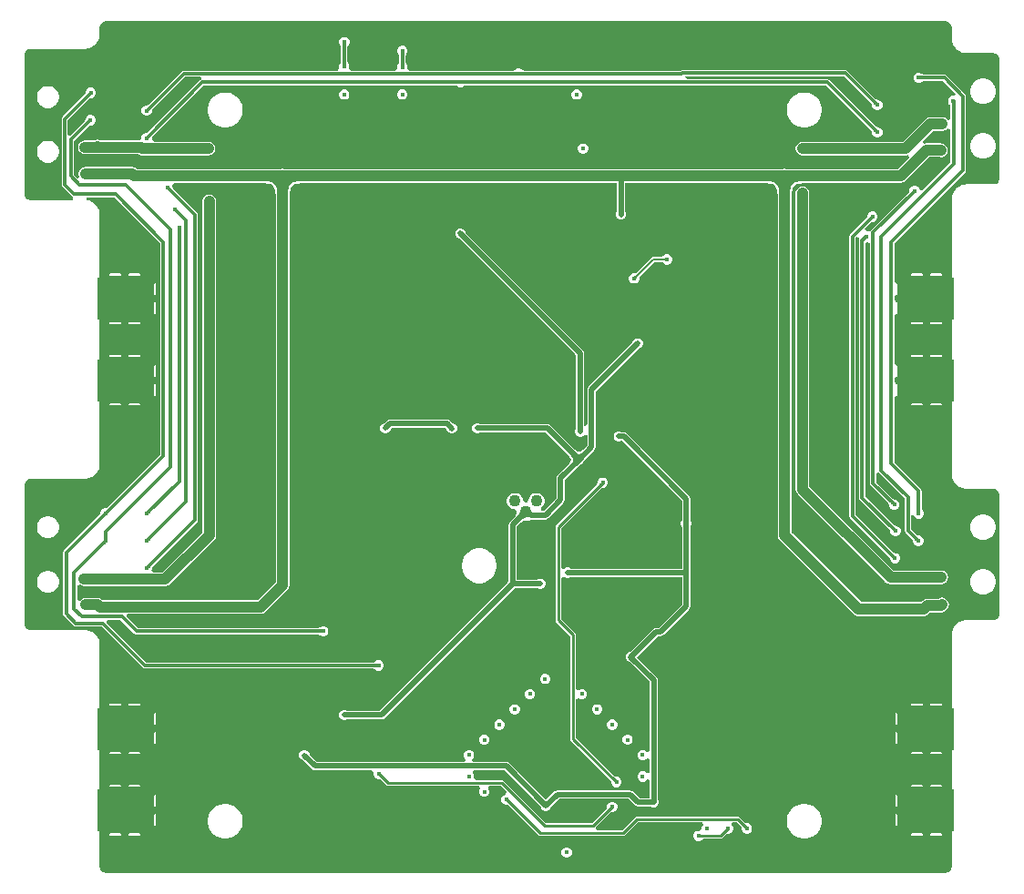
<source format=gbl>
G04*
G04 #@! TF.GenerationSoftware,Altium Limited,Altium Designer,23.0.1 (38)*
G04*
G04 Layer_Physical_Order=4*
G04 Layer_Color=16711680*
%FSLAX43Y43*%
%MOMM*%
G71*
G04*
G04 #@! TF.SameCoordinates,3783B72A-52C1-49B3-AB2B-A03F01AA072C*
G04*
G04*
G04 #@! TF.FilePolarity,Positive*
G04*
G01*
G75*
%ADD10C,0.254*%
%ADD12C,0.200*%
%ADD56C,1.100*%
%ADD77C,0.500*%
%ADD81R,5.080X4.000*%
%ADD85C,0.240*%
%ADD87C,0.300*%
%ADD88C,1.000*%
%ADD89C,0.450*%
%ADD90C,0.500*%
G36*
X114423Y79563D02*
X114530Y79519D01*
X114627Y79454D01*
X114710Y79371D01*
X114775Y79274D01*
X114819Y79167D01*
X114842Y79052D01*
Y78020D01*
X114844Y78010D01*
X114843Y78000D01*
X114847Y77902D01*
X114855Y77873D01*
Y77842D01*
X114893Y77650D01*
X114908Y77613D01*
X114916Y77574D01*
X114991Y77393D01*
X115014Y77359D01*
X115029Y77322D01*
X115138Y77159D01*
X115166Y77131D01*
X115189Y77097D01*
X115327Y76959D01*
X115361Y76936D01*
X115389Y76908D01*
X115552Y76799D01*
X115589Y76784D01*
X115623Y76761D01*
X115804Y76686D01*
X115843Y76678D01*
X115880Y76663D01*
X116072Y76625D01*
X116103D01*
X116132Y76617D01*
X116230Y76613D01*
X116240Y76614D01*
X116250Y76612D01*
X118759D01*
X118874Y76589D01*
X118981Y76545D01*
X119078Y76480D01*
X119161Y76397D01*
X119226Y76300D01*
X119270Y76193D01*
X119293Y76078D01*
Y76020D01*
Y65020D01*
Y64962D01*
X119270Y64847D01*
X119226Y64740D01*
X119161Y64643D01*
X119078Y64560D01*
X118981Y64495D01*
X118874Y64451D01*
X118759Y64428D01*
X116250D01*
X116240Y64426D01*
X116230Y64427D01*
X116132Y64423D01*
X116103Y64415D01*
X116072D01*
X115880Y64377D01*
X115843Y64362D01*
X115804Y64354D01*
X115623Y64279D01*
X115589Y64256D01*
X115552Y64241D01*
X115389Y64132D01*
X115361Y64104D01*
X115327Y64081D01*
X115189Y63943D01*
X115166Y63909D01*
X115138Y63881D01*
X115029Y63718D01*
X115014Y63681D01*
X114991Y63647D01*
X114916Y63466D01*
X114908Y63427D01*
X114893Y63390D01*
X114855Y63198D01*
Y63167D01*
X114847Y63138D01*
X114843Y63040D01*
X114844Y63030D01*
X114842Y63020D01*
Y37500D01*
X114844Y37490D01*
X114843Y37480D01*
X114847Y37382D01*
X114855Y37353D01*
Y37322D01*
X114893Y37130D01*
X114908Y37093D01*
X114916Y37054D01*
X114991Y36873D01*
X115014Y36839D01*
X115029Y36802D01*
X115138Y36639D01*
X115166Y36611D01*
X115189Y36577D01*
X115327Y36439D01*
X115361Y36416D01*
X115389Y36388D01*
X115552Y36279D01*
X115589Y36264D01*
X115623Y36241D01*
X115804Y36166D01*
X115843Y36158D01*
X115880Y36143D01*
X116072Y36105D01*
X116103D01*
X116132Y36097D01*
X116230Y36093D01*
X116240Y36094D01*
X116250Y36092D01*
X118759D01*
X118874Y36069D01*
X118981Y36025D01*
X119078Y35960D01*
X119161Y35877D01*
X119226Y35780D01*
X119270Y35673D01*
X119293Y35558D01*
Y35500D01*
Y24500D01*
Y24442D01*
X119270Y24327D01*
X119226Y24219D01*
X119161Y24123D01*
X119078Y24040D01*
X118981Y23975D01*
X118874Y23931D01*
X118759Y23908D01*
X116250D01*
X116240Y23906D01*
X116230Y23907D01*
X116132Y23903D01*
X116103Y23895D01*
X116072D01*
X115880Y23857D01*
X115843Y23842D01*
X115804Y23834D01*
X115623Y23759D01*
X115589Y23736D01*
X115552Y23721D01*
X115389Y23612D01*
X115361Y23584D01*
X115327Y23561D01*
X115189Y23423D01*
X115166Y23389D01*
X115138Y23361D01*
X115029Y23198D01*
X115014Y23161D01*
X114991Y23127D01*
X114916Y22946D01*
X114908Y22907D01*
X114893Y22870D01*
X114855Y22678D01*
Y22647D01*
X114847Y22618D01*
X114843Y22520D01*
X114844Y22510D01*
X114842Y22500D01*
Y994D01*
Y936D01*
X114819Y821D01*
X114775Y713D01*
X114710Y616D01*
X114627Y534D01*
X114531Y469D01*
X114423Y425D01*
X114308Y402D01*
X36192D01*
X36077Y425D01*
X35970Y469D01*
X35873Y534D01*
X35790Y616D01*
X35725Y713D01*
X35681Y821D01*
X35658Y936D01*
Y994D01*
Y21570D01*
X35656Y21580D01*
X35657Y21590D01*
X35653Y21688D01*
X35645Y21718D01*
Y21748D01*
X35607Y21940D01*
X35592Y21977D01*
X35584Y22017D01*
X35509Y22198D01*
X35486Y22231D01*
X35471Y22268D01*
X35362Y22431D01*
X35334Y22460D01*
X35311Y22493D01*
X35173Y22632D01*
X35139Y22654D01*
X35111Y22682D01*
X34948Y22791D01*
X34911Y22807D01*
X34877Y22829D01*
X34696Y22904D01*
X34657Y22912D01*
X34620Y22927D01*
X34428Y22965D01*
X34397D01*
X34368Y22973D01*
X34270Y22978D01*
X34260Y22976D01*
X34250Y22978D01*
X29192D01*
X29077Y23001D01*
X28969Y23046D01*
X28873Y23110D01*
X28790Y23193D01*
X28725Y23290D01*
X28681Y23398D01*
X28658Y23512D01*
Y23570D01*
Y36430D01*
Y36488D01*
X28681Y36602D01*
X28725Y36710D01*
X28790Y36807D01*
X28873Y36890D01*
X28969Y36954D01*
X29077Y36999D01*
X29192Y37022D01*
X34250D01*
X34260Y37024D01*
X34270Y37022D01*
X34368Y37027D01*
X34397Y37035D01*
X34428D01*
X34620Y37073D01*
X34657Y37088D01*
X34696Y37096D01*
X34877Y37171D01*
X34911Y37193D01*
X34948Y37209D01*
X35111Y37318D01*
X35139Y37346D01*
X35173Y37368D01*
X35311Y37507D01*
X35334Y37540D01*
X35362Y37569D01*
X35471Y37732D01*
X35486Y37769D01*
X35509Y37802D01*
X35584Y37983D01*
X35592Y38023D01*
X35607Y38060D01*
X35645Y38252D01*
Y38282D01*
X35653Y38312D01*
X35657Y38410D01*
X35656Y38420D01*
X35658Y38430D01*
Y61570D01*
X35656Y61580D01*
X35657Y61590D01*
X35653Y61688D01*
X35645Y61718D01*
Y61748D01*
X35607Y61940D01*
X35592Y61977D01*
X35584Y62017D01*
X35509Y62198D01*
X35486Y62231D01*
X35471Y62268D01*
X35362Y62431D01*
X35334Y62460D01*
X35311Y62493D01*
X35173Y62632D01*
X35139Y62654D01*
X35111Y62682D01*
X34948Y62791D01*
X34911Y62807D01*
X34877Y62829D01*
X34696Y62904D01*
X34657Y62912D01*
X34620Y62927D01*
X34428Y62965D01*
X34432Y63187D01*
X34436Y63218D01*
X37008D01*
X41268Y58958D01*
Y39293D01*
X36306Y34331D01*
X36293Y34334D01*
X36293Y34334D01*
X36292Y34334D01*
X36253Y34326D01*
X36215Y34319D01*
X36215Y34319D01*
X36214Y34319D01*
X36181Y34296D01*
X36170Y34289D01*
X36089D01*
X35913Y34216D01*
X35778Y34081D01*
X35705Y33905D01*
Y33826D01*
X35695Y33809D01*
X35676Y33780D01*
X35675Y33775D01*
X35672Y33770D01*
X35667Y33736D01*
X35660Y33702D01*
X35661Y33697D01*
X35661Y33691D01*
X35662Y33687D01*
X32334Y30359D01*
X32273Y30267D01*
X32251Y30159D01*
X32251Y30159D01*
Y24491D01*
X32251Y24491D01*
X32273Y24383D01*
X32334Y24292D01*
X33225Y23400D01*
X33225Y23400D01*
X33317Y23339D01*
X33425Y23318D01*
X35833D01*
X39675Y19475D01*
X39675Y19475D01*
X39767Y19414D01*
X39875Y19393D01*
X61120D01*
X61128Y19381D01*
X61128Y19381D01*
X61128Y19381D01*
X61161Y19359D01*
X61194Y19337D01*
X61194Y19337D01*
X61194Y19337D01*
X61233Y19329D01*
X61246Y19326D01*
X61304Y19269D01*
X61480Y19196D01*
X61670D01*
X61846Y19269D01*
X61981Y19404D01*
X62054Y19580D01*
Y19770D01*
X61981Y19946D01*
X61846Y20081D01*
X61670Y20154D01*
X61480D01*
X61304Y20081D01*
X61248Y20025D01*
X61228Y20020D01*
X61194Y20013D01*
X61190Y20010D01*
X61184Y20009D01*
X61157Y19988D01*
X61128Y19969D01*
X61125Y19965D01*
X61121Y19961D01*
X61118Y19957D01*
X39992D01*
X36261Y23689D01*
X36366Y23943D01*
X37583D01*
X38875Y22650D01*
X38967Y22589D01*
X39075Y22568D01*
X39075Y22568D01*
X55970D01*
X55978Y22556D01*
X55978Y22556D01*
X55978Y22556D01*
X56011Y22534D01*
X56044Y22512D01*
X56044Y22512D01*
X56044Y22512D01*
X56083Y22504D01*
X56096Y22501D01*
X56154Y22444D01*
X56330Y22371D01*
X56520D01*
X56696Y22444D01*
X56831Y22579D01*
X56904Y22755D01*
Y22945D01*
X56831Y23121D01*
X56696Y23256D01*
X56520Y23329D01*
X56330D01*
X56154Y23256D01*
X56098Y23200D01*
X56078Y23195D01*
X56044Y23188D01*
X56040Y23185D01*
X56034Y23184D01*
X56007Y23163D01*
X55978Y23144D01*
X55975Y23140D01*
X55971Y23136D01*
X55968Y23132D01*
X39192D01*
X38118Y24207D01*
X38223Y24461D01*
X50625D01*
X50870Y24509D01*
X51077Y24648D01*
X53102Y26673D01*
X53241Y26880D01*
X53289Y27125D01*
Y63552D01*
X53290Y63553D01*
X53294Y63556D01*
X53313Y63585D01*
X53334Y63612D01*
X53335Y63617D01*
X53338Y63622D01*
X53345Y63656D01*
X53354Y63689D01*
X53363Y63867D01*
X53388Y64010D01*
X53428Y64129D01*
X53480Y64226D01*
X53545Y64305D01*
X53624Y64370D01*
X53721Y64422D01*
X53840Y64462D01*
X53983Y64487D01*
X54161Y64496D01*
X54175Y64500D01*
X54190Y64500D01*
X54213Y64510D01*
X54238Y64516D01*
X54250Y64525D01*
X54263Y64531D01*
X54281Y64548D01*
X54298Y64561D01*
X65683D01*
X65700Y64564D01*
X65716Y64561D01*
X83716D01*
Y64350D01*
Y61918D01*
X83694Y61896D01*
X83621Y61720D01*
Y61530D01*
X83694Y61354D01*
X83829Y61219D01*
X84005Y61146D01*
X84196D01*
X84372Y61219D01*
X84507Y61354D01*
X84579Y61530D01*
Y61720D01*
X84507Y61896D01*
X84485Y61918D01*
Y64350D01*
Y64561D01*
X97652D01*
X97669Y64548D01*
X97687Y64531D01*
X97700Y64525D01*
X97712Y64516D01*
X97737Y64510D01*
X97760Y64500D01*
X97775Y64500D01*
X97789Y64496D01*
X97967Y64487D01*
X98110Y64462D01*
X98229Y64422D01*
X98326Y64370D01*
X98405Y64305D01*
X98470Y64226D01*
X98522Y64129D01*
X98562Y64010D01*
X98587Y63867D01*
X98596Y63689D01*
X98605Y63656D01*
X98612Y63622D01*
X98615Y63617D01*
X98616Y63612D01*
X98637Y63585D01*
X98656Y63556D01*
X98660Y63553D01*
X98661Y63552D01*
Y31800D01*
X98709Y31555D01*
X98848Y31348D01*
X105728Y24468D01*
X105935Y24329D01*
X106180Y24281D01*
X112245D01*
X112490Y24329D01*
X112697Y24468D01*
X112840Y24611D01*
X113850D01*
X114095Y24659D01*
X114302Y24798D01*
X114402Y24898D01*
X114541Y25105D01*
X114589Y25350D01*
X114541Y25595D01*
X114402Y25802D01*
X114195Y25941D01*
X113950Y25989D01*
X113705Y25941D01*
X113629Y25889D01*
X112575D01*
X112330Y25841D01*
X112123Y25702D01*
X111980Y25559D01*
X106445D01*
X99939Y32065D01*
Y63552D01*
X99940Y63553D01*
X99944Y63556D01*
X99963Y63585D01*
X99984Y63612D01*
X99985Y63617D01*
X99988Y63622D01*
X99995Y63656D01*
X100004Y63689D01*
X100013Y63867D01*
X100038Y64010D01*
X100078Y64129D01*
X100130Y64226D01*
X100195Y64305D01*
X100274Y64370D01*
X100371Y64422D01*
X100490Y64462D01*
X100633Y64487D01*
X100811Y64496D01*
X100825Y64500D01*
X100840Y64500D01*
X100863Y64510D01*
X100888Y64516D01*
X100900Y64525D01*
X100913Y64531D01*
X100931Y64548D01*
X100948Y64561D01*
X110088D01*
X110332Y64609D01*
X110540Y64748D01*
X112753Y66961D01*
X113699D01*
X113825Y66936D01*
X114070Y66984D01*
X114277Y67123D01*
X114416Y67330D01*
X114464Y67575D01*
X114416Y67820D01*
X114277Y68027D01*
X114252Y68052D01*
X114045Y68191D01*
X113800Y68239D01*
X112488D01*
X112257Y68193D01*
X112241Y68204D01*
X112134Y68430D01*
X113090Y69386D01*
X113975D01*
X114220Y69434D01*
X114427Y69573D01*
X114464Y69628D01*
X114718Y69551D01*
Y66442D01*
X112109Y63833D01*
X111951Y63879D01*
X111845Y63929D01*
X111782Y64083D01*
X111647Y64218D01*
X111471Y64291D01*
X111280D01*
X111104Y64218D01*
X110969Y64083D01*
X110897Y63907D01*
Y63828D01*
X110886Y63811D01*
X110867Y63782D01*
X110866Y63777D01*
X110863Y63772D01*
X110858Y63738D01*
X110851Y63704D01*
X110853Y63699D01*
X110852Y63693D01*
X110853Y63689D01*
X107325Y60161D01*
X107221Y60067D01*
X107002Y60053D01*
X106966Y60068D01*
X106876D01*
X106768Y60319D01*
X107353Y60904D01*
X107366Y60901D01*
X107367Y60901D01*
X107367Y60901D01*
X107406Y60909D01*
X107445Y60916D01*
X107445Y60916D01*
X107445Y60916D01*
X107478Y60939D01*
X107489Y60946D01*
X107570D01*
X107746Y61019D01*
X107881Y61154D01*
X107954Y61330D01*
Y61520D01*
X107881Y61696D01*
X107746Y61831D01*
X107570Y61904D01*
X107380D01*
X107204Y61831D01*
X107069Y61696D01*
X106996Y61520D01*
Y61441D01*
X106986Y61424D01*
X106966Y61395D01*
X106965Y61390D01*
X106963Y61385D01*
X106958Y61351D01*
X106951Y61317D01*
X106952Y61312D01*
X106951Y61306D01*
X106952Y61302D01*
X105425Y59775D01*
X105364Y59683D01*
X105343Y59575D01*
X105343Y59575D01*
Y33600D01*
X105343Y33600D01*
X105364Y33492D01*
X105425Y33400D01*
X109054Y29772D01*
X109051Y29759D01*
X109051Y29758D01*
X109051Y29758D01*
X109059Y29719D01*
X109066Y29680D01*
X109066Y29680D01*
X109066Y29680D01*
X109089Y29647D01*
X109096Y29636D01*
Y29555D01*
X109169Y29379D01*
X109304Y29244D01*
X109480Y29171D01*
X109670D01*
X109846Y29244D01*
X109981Y29379D01*
X110054Y29555D01*
Y29745D01*
X109981Y29921D01*
X109846Y30056D01*
X109670Y30129D01*
X109591D01*
X109574Y30139D01*
X109545Y30159D01*
X109540Y30160D01*
X109535Y30162D01*
X109501Y30167D01*
X109467Y30174D01*
X109462Y30173D01*
X109456Y30174D01*
X109452Y30173D01*
X105907Y33717D01*
Y59458D01*
X105998Y59548D01*
X106263Y59499D01*
X106298Y59403D01*
X106264Y59351D01*
X106243Y59243D01*
X106243Y59243D01*
Y35275D01*
X106243Y35275D01*
X106264Y35167D01*
X106325Y35075D01*
X109104Y32297D01*
X109101Y32284D01*
X109101Y32283D01*
X109101Y32283D01*
X109109Y32244D01*
X109116Y32205D01*
X109116Y32205D01*
X109116Y32205D01*
X109139Y32172D01*
X109146Y32161D01*
Y32080D01*
X109219Y31904D01*
X109354Y31769D01*
X109530Y31696D01*
X109720D01*
X109896Y31769D01*
X110031Y31904D01*
X110104Y32080D01*
Y32270D01*
X110031Y32446D01*
X109896Y32581D01*
X109720Y32654D01*
X109641D01*
X109624Y32664D01*
X109595Y32684D01*
X109590Y32685D01*
X109585Y32687D01*
X109551Y32692D01*
X109517Y32699D01*
X109512Y32698D01*
X109506Y32699D01*
X109502Y32698D01*
X106807Y35392D01*
Y58968D01*
X107033Y59060D01*
X107243Y58920D01*
Y36600D01*
X107243Y36600D01*
X107264Y36492D01*
X107325Y36400D01*
X108979Y34747D01*
X108976Y34734D01*
X108976Y34733D01*
X108976Y34733D01*
X108984Y34694D01*
X108991Y34655D01*
X108991Y34655D01*
X108991Y34655D01*
X109014Y34622D01*
X109021Y34611D01*
Y34530D01*
X109094Y34354D01*
X109229Y34219D01*
X109405Y34146D01*
X109595D01*
X109771Y34219D01*
X109906Y34354D01*
X109979Y34530D01*
Y34720D01*
X109906Y34896D01*
X109771Y35031D01*
X109595Y35104D01*
X109516D01*
X109499Y35114D01*
X109470Y35134D01*
X109465Y35135D01*
X109460Y35137D01*
X109426Y35142D01*
X109392Y35149D01*
X109387Y35148D01*
X109381Y35149D01*
X109377Y35148D01*
X107807Y36717D01*
Y37532D01*
X108014Y37611D01*
X108061Y37614D01*
X110493Y35183D01*
Y32234D01*
X110493Y32234D01*
X110514Y32126D01*
X110575Y32034D01*
X111217Y31392D01*
X111215Y31379D01*
X111215Y31378D01*
X111215Y31378D01*
X111222Y31339D01*
X111230Y31300D01*
X111230Y31300D01*
X111230Y31300D01*
X111252Y31267D01*
X111260Y31256D01*
Y31175D01*
X111333Y30999D01*
X111467Y30864D01*
X111643Y30791D01*
X111834D01*
X112010Y30864D01*
X112145Y30999D01*
X112218Y31175D01*
Y31365D01*
X112145Y31541D01*
X112010Y31676D01*
X111834Y31749D01*
X111755D01*
X111737Y31759D01*
X111709Y31779D01*
X111703Y31780D01*
X111699Y31782D01*
X111665Y31787D01*
X111631Y31794D01*
X111625Y31793D01*
X111620Y31794D01*
X111615Y31793D01*
X111057Y32351D01*
Y33606D01*
X111311Y33657D01*
X111360Y33539D01*
X111495Y33404D01*
X111671Y33331D01*
X111862D01*
X112038Y33404D01*
X112173Y33539D01*
X112245Y33715D01*
Y33905D01*
X112173Y34081D01*
X112117Y34137D01*
X112112Y34157D01*
X112105Y34191D01*
X112102Y34195D01*
X112101Y34201D01*
X112080Y34228D01*
X112061Y34257D01*
X112056Y34260D01*
X112053Y34264D01*
X112049Y34267D01*
Y35909D01*
X112049Y35909D01*
X112027Y36017D01*
X111966Y36108D01*
X109507Y38567D01*
Y44562D01*
X109632Y44728D01*
X109736Y44756D01*
X109795Y44814D01*
Y45797D01*
X109736Y45856D01*
X109632Y45884D01*
X109507Y46050D01*
Y46330D01*
X109632Y46495D01*
X109736Y46523D01*
X109795Y46582D01*
Y47565D01*
X109736Y47624D01*
X109632Y47652D01*
X109507Y47818D01*
Y52182D01*
X109632Y52348D01*
X109736Y52376D01*
X109795Y52435D01*
Y53418D01*
X109736Y53477D01*
X109632Y53505D01*
X109507Y53670D01*
Y53950D01*
X109632Y54116D01*
X109736Y54144D01*
X109795Y54202D01*
Y55186D01*
X109736Y55244D01*
X109632Y55272D01*
X109507Y55438D01*
Y58933D01*
X116075Y65500D01*
X116075Y65500D01*
X116136Y65592D01*
X116157Y65700D01*
X116157Y65700D01*
Y72618D01*
X116157Y72618D01*
X116136Y72726D01*
X116075Y72818D01*
X116075Y72818D01*
X114363Y74530D01*
X114271Y74591D01*
X114163Y74612D01*
X114163Y74612D01*
X112221D01*
X112214Y74624D01*
X112214Y74624D01*
X112213Y74624D01*
X112180Y74646D01*
X112148Y74668D01*
X112147Y74668D01*
X112147Y74668D01*
X112108Y74676D01*
X112095Y74679D01*
X112038Y74736D01*
X111862Y74809D01*
X111671D01*
X111495Y74736D01*
X111360Y74601D01*
X111287Y74425D01*
Y74235D01*
X111360Y74059D01*
X111495Y73924D01*
X111671Y73851D01*
X111862D01*
X112038Y73924D01*
X112094Y73980D01*
X112113Y73985D01*
X112147Y73992D01*
X112152Y73995D01*
X112157Y73996D01*
X112185Y74017D01*
X112213Y74036D01*
X112216Y74040D01*
X112221Y74044D01*
X112223Y74048D01*
X114046D01*
X115238Y72856D01*
X115094Y72640D01*
X115068Y72651D01*
X114877D01*
X114701Y72578D01*
X114566Y72444D01*
X114493Y72268D01*
Y72077D01*
X114566Y71901D01*
X114649Y71818D01*
X114649Y71814D01*
X114657Y71792D01*
X114662Y71769D01*
X114671Y71755D01*
X114677Y71740D01*
X114693Y71723D01*
X114707Y71703D01*
X114718Y71696D01*
Y70499D01*
X114464Y70422D01*
X114427Y70477D01*
X114220Y70616D01*
X113975Y70664D01*
X112825D01*
X112580Y70616D01*
X112373Y70477D01*
X110277Y68381D01*
X100975D01*
X100730Y68332D01*
X100523Y68194D01*
X100384Y67986D01*
X100336Y67742D01*
X100384Y67497D01*
X100523Y67290D01*
X100730Y67151D01*
X100975Y67102D01*
X110542D01*
X110773Y67148D01*
X110789Y67138D01*
X110896Y66912D01*
X109823Y65839D01*
X99459D01*
X99413Y65870D01*
X99376Y65885D01*
X99340Y65900D01*
X99340D01*
X99340Y65900D01*
X99300Y65900D01*
X99260Y65900D01*
X99260Y65900D01*
X99260D01*
X99223Y65885D01*
X99187Y65870D01*
X99141Y65839D01*
X65783D01*
X65700Y65856D01*
X65616Y65839D01*
X52809D01*
X52763Y65870D01*
X52726Y65885D01*
X52690Y65900D01*
X52690D01*
X52690Y65900D01*
X52650Y65900D01*
X52610Y65900D01*
X52610Y65900D01*
X52610D01*
X52573Y65885D01*
X52537Y65870D01*
X52491Y65839D01*
X39140D01*
X39102Y65877D01*
X38895Y66016D01*
X38650Y66064D01*
X34350D01*
X34105Y66016D01*
X33898Y65877D01*
X33759Y65670D01*
X33711Y65425D01*
X33759Y65180D01*
X33771Y65163D01*
X33573Y65002D01*
X33273Y65301D01*
Y68474D01*
X34678Y69879D01*
X34691Y69876D01*
X34692Y69876D01*
X34692Y69876D01*
X34731Y69884D01*
X34770Y69891D01*
X34770Y69891D01*
X34770Y69891D01*
X34803Y69914D01*
X34814Y69921D01*
X34895D01*
X35071Y69994D01*
X35206Y70129D01*
X35279Y70305D01*
Y70495D01*
X35206Y70671D01*
X35071Y70806D01*
X34895Y70879D01*
X34705D01*
X34529Y70806D01*
X34394Y70671D01*
X34321Y70495D01*
Y70416D01*
X34311Y70399D01*
X34291Y70370D01*
X34290Y70365D01*
X34288Y70360D01*
X34283Y70326D01*
X34276Y70292D01*
X34277Y70287D01*
X34276Y70281D01*
X34277Y70277D01*
X32936Y68936D01*
X32682Y69041D01*
Y70383D01*
X34703Y72404D01*
X34716Y72401D01*
X34717Y72401D01*
X34717Y72401D01*
X34756Y72409D01*
X34795Y72416D01*
X34795Y72416D01*
X34795Y72416D01*
X34828Y72439D01*
X34839Y72446D01*
X34920D01*
X35096Y72519D01*
X35231Y72654D01*
X35304Y72830D01*
Y73020D01*
X35231Y73196D01*
X35096Y73331D01*
X34920Y73404D01*
X34730D01*
X34554Y73331D01*
X34419Y73196D01*
X34346Y73020D01*
Y72941D01*
X34336Y72924D01*
X34316Y72895D01*
X34315Y72890D01*
X34313Y72885D01*
X34308Y72851D01*
X34301Y72817D01*
X34302Y72812D01*
X34301Y72806D01*
X34302Y72802D01*
X32200Y70700D01*
X32139Y70608D01*
X32118Y70500D01*
X32118Y70500D01*
Y64375D01*
X32118Y64375D01*
X32139Y64267D01*
X32200Y64175D01*
X33075Y63300D01*
X33167Y63239D01*
X33202Y63232D01*
X33177Y62978D01*
X29192D01*
X29077Y63001D01*
X28969Y63046D01*
X28873Y63110D01*
X28790Y63193D01*
X28725Y63290D01*
X28681Y63398D01*
X28658Y63512D01*
Y63570D01*
Y76430D01*
Y76488D01*
X28681Y76602D01*
X28725Y76710D01*
X28790Y76807D01*
X28873Y76890D01*
X28969Y76954D01*
X29077Y76999D01*
X29192Y77022D01*
X34250D01*
X34260Y77024D01*
X34270Y77022D01*
X34368Y77027D01*
X34397Y77035D01*
X34428D01*
X34620Y77073D01*
X34657Y77088D01*
X34696Y77096D01*
X34877Y77171D01*
X34911Y77193D01*
X34948Y77209D01*
X35111Y77318D01*
X35139Y77346D01*
X35173Y77368D01*
X35311Y77507D01*
X35334Y77540D01*
X35362Y77569D01*
X35471Y77732D01*
X35486Y77769D01*
X35509Y77802D01*
X35584Y77983D01*
X35592Y78023D01*
X35607Y78060D01*
X35645Y78252D01*
Y78282D01*
X35653Y78312D01*
X35657Y78410D01*
X35656Y78420D01*
X35658Y78430D01*
Y79052D01*
X35681Y79167D01*
X35725Y79274D01*
X35790Y79371D01*
X35873Y79454D01*
X35970Y79519D01*
X36077Y79563D01*
X36192Y79586D01*
X114308D01*
X114423Y79563D01*
D02*
G37*
G36*
X111930Y74486D02*
X111935Y74485D01*
X111943Y74484D01*
X111966Y74482D01*
X112044Y74480D01*
X112069Y74480D01*
Y74180D01*
X111927Y74173D01*
Y74488D01*
X111930Y74486D01*
D02*
G37*
G36*
X34823Y72700D02*
X34820Y72699D01*
X34815Y72696D01*
X34809Y72691D01*
X34791Y72676D01*
X34735Y72623D01*
X34717Y72605D01*
X34505Y72817D01*
X34600Y72923D01*
X34823Y72700D01*
D02*
G37*
G36*
X115150Y71899D02*
X114850Y71848D01*
X114850Y71874D01*
X114843Y71976D01*
X114841Y71984D01*
X114838Y71990D01*
X114836Y71993D01*
X115148Y72032D01*
X115150Y71899D01*
D02*
G37*
G36*
X34798Y70175D02*
X34795Y70174D01*
X34790Y70171D01*
X34784Y70166D01*
X34766Y70151D01*
X34710Y70098D01*
X34692Y70080D01*
X34480Y70292D01*
X34575Y70398D01*
X34798Y70175D01*
D02*
G37*
G36*
X42165Y64142D02*
X42168Y64137D01*
X42172Y64131D01*
X42187Y64113D01*
X42241Y64058D01*
X42259Y64039D01*
X42047Y63827D01*
X41941Y63922D01*
X42164Y64145D01*
X42165Y64142D01*
D02*
G37*
G36*
X100800Y64700D02*
X100610Y64690D01*
X100440Y64660D01*
X100290Y64610D01*
X100160Y64540D01*
X100050Y64450D01*
X99960Y64340D01*
X99890Y64210D01*
X99840Y64060D01*
X99810Y63890D01*
X99800Y63700D01*
X98800D01*
X98790Y63890D01*
X98760Y64060D01*
X98710Y64210D01*
X98640Y64340D01*
X98550Y64450D01*
X98440Y64540D01*
X98310Y64610D01*
X98160Y64660D01*
X97990Y64690D01*
X97800Y64700D01*
X99300Y65700D01*
X100800Y64700D01*
D02*
G37*
G36*
X54150D02*
X53960Y64690D01*
X53790Y64660D01*
X53640Y64610D01*
X53510Y64540D01*
X53400Y64450D01*
X53310Y64340D01*
X53240Y64210D01*
X53190Y64060D01*
X53160Y63890D01*
X53150Y63700D01*
X52150D01*
X52140Y63890D01*
X52110Y64060D01*
X52060Y64210D01*
X51990Y64340D01*
X51900Y64450D01*
X51790Y64540D01*
X51660Y64610D01*
X51510Y64660D01*
X51340Y64690D01*
X51150Y64700D01*
X52650Y65700D01*
X54150Y64700D01*
D02*
G37*
G36*
X111373Y63587D02*
X111370Y63586D01*
X111366Y63583D01*
X111359Y63578D01*
X111342Y63563D01*
X111286Y63510D01*
X111268Y63492D01*
X111055Y63704D01*
X111151Y63810D01*
X111373Y63587D01*
D02*
G37*
G36*
X42851Y62104D02*
X42854Y62099D01*
X42859Y62093D01*
X42874Y62075D01*
X42927Y62019D01*
X42945Y62001D01*
X42733Y61789D01*
X42627Y61884D01*
X42850Y62107D01*
X42851Y62104D01*
D02*
G37*
G36*
X107473Y61200D02*
X107470Y61199D01*
X107465Y61196D01*
X107459Y61192D01*
X107441Y61176D01*
X107385Y61123D01*
X107367Y61105D01*
X107155Y61317D01*
X107250Y61423D01*
X107473Y61200D01*
D02*
G37*
G36*
X43202Y60197D02*
X43201Y60192D01*
X43200Y60184D01*
X43198Y60161D01*
X43196Y60084D01*
X43196Y60058D01*
X42896D01*
X42889Y60200D01*
X43203D01*
X43202Y60197D01*
D02*
G37*
G36*
X106868Y59364D02*
X106865Y59363D01*
X106861Y59360D01*
X106854Y59355D01*
X106836Y59340D01*
X106781Y59287D01*
X106762Y59269D01*
X106550Y59481D01*
X106645Y59586D01*
X106868Y59364D01*
D02*
G37*
G36*
X109498Y34850D02*
X109275Y34627D01*
X109274Y34630D01*
X109271Y34635D01*
X109266Y34641D01*
X109251Y34659D01*
X109198Y34715D01*
X109180Y34733D01*
X109392Y34945D01*
X109498Y34850D01*
D02*
G37*
G36*
X111924Y33971D02*
X111609D01*
X111610Y33973D01*
X111612Y33979D01*
X111613Y33987D01*
X111615Y34010D01*
X111616Y34087D01*
X111616Y34113D01*
X111916D01*
X111924Y33971D01*
D02*
G37*
G36*
X40364Y33918D02*
X40269Y33812D01*
X40047Y34035D01*
X40049Y34036D01*
X40054Y34039D01*
X40060Y34044D01*
X40078Y34059D01*
X40134Y34112D01*
X40152Y34130D01*
X40364Y33918D01*
D02*
G37*
G36*
X36504D02*
X36409Y33812D01*
X36187Y34035D01*
X36190Y34036D01*
X36194Y34039D01*
X36200Y34044D01*
X36218Y34059D01*
X36274Y34112D01*
X36292Y34130D01*
X36504Y33918D01*
D02*
G37*
G36*
X36182Y33585D02*
X36179Y33584D01*
X36174Y33581D01*
X36168Y33576D01*
X36150Y33561D01*
X36095Y33508D01*
X36076Y33490D01*
X35864Y33702D01*
X35959Y33808D01*
X36182Y33585D01*
D02*
G37*
G36*
X109623Y32400D02*
X109400Y32177D01*
X109399Y32180D01*
X109396Y32185D01*
X109392Y32191D01*
X109376Y32209D01*
X109323Y32265D01*
X109305Y32283D01*
X109517Y32495D01*
X109623Y32400D01*
D02*
G37*
G36*
X36370Y31431D02*
X36055D01*
X36056Y31433D01*
X36057Y31439D01*
X36058Y31447D01*
X36060Y31470D01*
X36062Y31547D01*
X36062Y31573D01*
X36362D01*
X36370Y31431D01*
D02*
G37*
G36*
X111736Y31495D02*
X111514Y31272D01*
X111513Y31275D01*
X111510Y31280D01*
X111505Y31286D01*
X111490Y31304D01*
X111437Y31360D01*
X111419Y31378D01*
X111631Y31590D01*
X111736Y31495D01*
D02*
G37*
G36*
X40355Y31378D02*
X40260Y31272D01*
X40037Y31495D01*
X40040Y31496D01*
X40045Y31499D01*
X40051Y31504D01*
X40069Y31519D01*
X40125Y31572D01*
X40143Y31590D01*
X40355Y31378D01*
D02*
G37*
G36*
X36210Y31045D02*
X36207Y31044D01*
X36202Y31041D01*
X36196Y31037D01*
X36178Y31021D01*
X36122Y30968D01*
X36104Y30950D01*
X35892Y31162D01*
X35987Y31268D01*
X36210Y31045D01*
D02*
G37*
G36*
X109573Y29875D02*
X109350Y29652D01*
X109349Y29655D01*
X109346Y29660D01*
X109341Y29666D01*
X109326Y29684D01*
X109273Y29740D01*
X109255Y29758D01*
X109467Y29970D01*
X109573Y29875D01*
D02*
G37*
G36*
X40340Y28838D02*
X40244Y28732D01*
X40022Y28955D01*
X40025Y28956D01*
X40029Y28959D01*
X40036Y28964D01*
X40053Y28979D01*
X40109Y29032D01*
X40127Y29050D01*
X40340Y28838D01*
D02*
G37*
G36*
X51019Y64548D02*
X51037Y64531D01*
X51050Y64525D01*
X51062Y64516D01*
X51087Y64510D01*
X51110Y64500D01*
X51125Y64500D01*
X51139Y64496D01*
X51317Y64487D01*
X51460Y64462D01*
X51579Y64422D01*
X51676Y64370D01*
X51755Y64305D01*
X51820Y64226D01*
X51872Y64129D01*
X51912Y64010D01*
X51937Y63867D01*
X51946Y63689D01*
X51955Y63656D01*
X51962Y63622D01*
X51965Y63617D01*
X51966Y63612D01*
X51987Y63585D01*
X52006Y63556D01*
X52010Y63553D01*
X52011Y63552D01*
Y27390D01*
X50360Y25739D01*
X35944D01*
X35905Y25779D01*
X35698Y25917D01*
X35453Y25966D01*
X35410Y25957D01*
X34338D01*
X34093Y25909D01*
X33886Y25770D01*
X33816Y25665D01*
X33562Y25742D01*
Y27096D01*
X33636Y27149D01*
X33816Y27208D01*
X33973Y27103D01*
X34218Y27055D01*
X35393D01*
X35424Y27061D01*
X41750D01*
X41995Y27109D01*
X42202Y27248D01*
X46302Y31348D01*
X46441Y31555D01*
X46489Y31800D01*
Y61850D01*
Y62825D01*
X46441Y63070D01*
X46302Y63277D01*
X46095Y63416D01*
X45850Y63464D01*
X45605Y63416D01*
X45398Y63277D01*
X45259Y63070D01*
X45211Y62825D01*
Y61850D01*
Y32065D01*
X41485Y28339D01*
X40638D01*
X40481Y28593D01*
X40499Y28635D01*
Y28714D01*
X40509Y28731D01*
X40528Y28760D01*
X40529Y28765D01*
X40532Y28770D01*
X40537Y28804D01*
X40544Y28838D01*
X40542Y28843D01*
X40543Y28849D01*
X40542Y28853D01*
X44675Y32986D01*
X44736Y33077D01*
X44757Y33185D01*
X44757Y33186D01*
Y61611D01*
X44757Y61611D01*
X44736Y61719D01*
X44675Y61811D01*
X44675Y61811D01*
X42460Y64025D01*
X42463Y64039D01*
X42463Y64039D01*
X42463Y64039D01*
X42455Y64078D01*
X42447Y64117D01*
X42447Y64117D01*
X42447Y64117D01*
X42425Y64151D01*
X42418Y64162D01*
Y64243D01*
X42391Y64307D01*
X42531Y64554D01*
X42540Y64561D01*
X51002D01*
X51019Y64548D01*
D02*
G37*
G36*
X56264Y22692D02*
X56262Y22694D01*
X56256Y22695D01*
X56248Y22696D01*
X56225Y22698D01*
X56148Y22700D01*
X56122Y22700D01*
Y23000D01*
X56264Y23007D01*
Y22692D01*
D02*
G37*
G36*
X61414Y19517D02*
X61412Y19519D01*
X61406Y19520D01*
X61398Y19521D01*
X61375Y19523D01*
X61298Y19525D01*
X61272Y19525D01*
Y19825D01*
X61414Y19833D01*
Y19517D01*
D02*
G37*
%LPC*%
G36*
X58493Y78134D02*
X58302D01*
X58126Y78061D01*
X57992Y77927D01*
X57919Y77751D01*
Y77560D01*
X57992Y77384D01*
X58026Y77349D01*
X58028Y77324D01*
X58034Y77312D01*
X58037Y77298D01*
X58051Y77276D01*
X58062Y77253D01*
X58073Y77243D01*
X58081Y77232D01*
X58093Y77224D01*
Y75847D01*
X58081Y75839D01*
X58081Y75839D01*
X58081Y75839D01*
X58059Y75806D01*
X58037Y75773D01*
X58037Y75773D01*
X58037Y75773D01*
X58029Y75734D01*
X58026Y75720D01*
X57969Y75663D01*
X57896Y75487D01*
Y75297D01*
X57921Y75236D01*
X57777Y74986D01*
X57772Y74982D01*
X43465D01*
X43465Y74982D01*
X43357Y74961D01*
X43265Y74900D01*
X43265Y74900D01*
X40157Y71791D01*
X40143Y71794D01*
X40143Y71794D01*
X40143Y71794D01*
X40104Y71786D01*
X40065Y71779D01*
X40065Y71779D01*
X40065Y71779D01*
X40031Y71756D01*
X40021Y71749D01*
X39940D01*
X39763Y71676D01*
X39629Y71541D01*
X39556Y71365D01*
Y71175D01*
X39629Y70999D01*
X39763Y70864D01*
X39940Y70791D01*
X40130D01*
X40306Y70864D01*
X40441Y70999D01*
X40514Y71175D01*
Y71254D01*
X40524Y71271D01*
X40543Y71300D01*
X40544Y71305D01*
X40547Y71310D01*
X40552Y71344D01*
X40559Y71378D01*
X40558Y71383D01*
X40559Y71389D01*
X40557Y71393D01*
X43582Y74418D01*
X45031D01*
X45070Y74296D01*
X45073Y74164D01*
X45015Y74125D01*
X40141Y69251D01*
X40128Y69254D01*
X40128Y69254D01*
X40127Y69254D01*
X40089Y69246D01*
X40050Y69239D01*
X40050Y69239D01*
X40049Y69239D01*
X40016Y69216D01*
X40005Y69209D01*
X39924D01*
X39748Y69136D01*
X39613Y69001D01*
X39541Y68825D01*
Y68763D01*
X39511Y68619D01*
X39315Y68514D01*
X35711D01*
X35691Y68527D01*
X35447Y68576D01*
X35202Y68527D01*
X35183Y68514D01*
X34300D01*
X34055Y68466D01*
X33848Y68327D01*
X33709Y68120D01*
X33661Y67875D01*
X33709Y67630D01*
X33848Y67423D01*
X34055Y67284D01*
X34300Y67236D01*
X35385D01*
X35416Y67242D01*
X35447Y67236D01*
X39252D01*
X39379Y67151D01*
X39623Y67102D01*
X45746D01*
X45990Y67151D01*
X46198Y67290D01*
X46336Y67497D01*
X46385Y67742D01*
X46336Y67986D01*
X46198Y68194D01*
X45990Y68332D01*
X45746Y68381D01*
X40668D01*
X40499Y68635D01*
Y68714D01*
X40509Y68731D01*
X40528Y68760D01*
X40529Y68765D01*
X40532Y68770D01*
X40537Y68804D01*
X40544Y68838D01*
X40542Y68843D01*
X40543Y68849D01*
X40542Y68853D01*
X45332Y73643D01*
X68733D01*
X68740Y73631D01*
X68740Y73631D01*
X68741Y73631D01*
X68774Y73609D01*
X68806Y73587D01*
X68807Y73587D01*
X68807Y73587D01*
X68846Y73579D01*
X68859Y73576D01*
X68916Y73519D01*
X69092Y73446D01*
X69283D01*
X69459Y73519D01*
X69515Y73575D01*
X69534Y73580D01*
X69568Y73587D01*
X69573Y73590D01*
X69578Y73591D01*
X69606Y73612D01*
X69634Y73631D01*
X69637Y73635D01*
X69642Y73639D01*
X69644Y73643D01*
X103139D01*
X107410Y69372D01*
X107407Y69359D01*
X107407Y69358D01*
X107407Y69358D01*
X107415Y69319D01*
X107423Y69280D01*
X107423Y69280D01*
X107423Y69280D01*
X107445Y69247D01*
X107452Y69236D01*
Y69155D01*
X107525Y68979D01*
X107660Y68844D01*
X107836Y68771D01*
X108027D01*
X108203Y68844D01*
X108337Y68979D01*
X108410Y69155D01*
Y69345D01*
X108337Y69521D01*
X108203Y69656D01*
X108027Y69729D01*
X107947D01*
X107930Y69739D01*
X107901Y69759D01*
X107896Y69760D01*
X107891Y69762D01*
X107857Y69767D01*
X107823Y69774D01*
X107818Y69773D01*
X107813Y69774D01*
X107808Y69773D01*
X103456Y74125D01*
X103364Y74186D01*
X103256Y74207D01*
X103256Y74207D01*
X90204D01*
X90083Y74461D01*
X90108Y74493D01*
X104814D01*
X107395Y71912D01*
X107392Y71899D01*
X107392Y71898D01*
X107392Y71898D01*
X107400Y71859D01*
X107407Y71820D01*
X107407Y71820D01*
X107408Y71820D01*
X107430Y71787D01*
X107437Y71776D01*
Y71695D01*
X107510Y71519D01*
X107645Y71384D01*
X107821Y71311D01*
X108011D01*
X108187Y71384D01*
X108322Y71519D01*
X108395Y71695D01*
Y71885D01*
X108322Y72061D01*
X108187Y72196D01*
X108011Y72269D01*
X107932D01*
X107915Y72279D01*
X107886Y72299D01*
X107881Y72300D01*
X107876Y72302D01*
X107842Y72307D01*
X107808Y72314D01*
X107803Y72313D01*
X107797Y72314D01*
X107793Y72313D01*
X105131Y74975D01*
X105039Y75036D01*
X104931Y75057D01*
X104931Y75057D01*
X89813D01*
X89813Y75057D01*
X89705Y75036D01*
X89647Y74997D01*
X75049D01*
X75041Y75009D01*
X75041Y75009D01*
X75041Y75009D01*
X75008Y75031D01*
X74975Y75053D01*
X74975Y75053D01*
X74974Y75053D01*
X74936Y75061D01*
X74922Y75064D01*
X74865Y75121D01*
X74689Y75194D01*
X74498D01*
X74322Y75121D01*
X74252Y75051D01*
X74231Y75044D01*
X74200Y75038D01*
X74193Y75033D01*
X74184Y75031D01*
X74160Y75011D01*
X74134Y74994D01*
X74129Y74986D01*
X74124Y74982D01*
X64431D01*
X64261Y75236D01*
X64263Y75240D01*
Y75430D01*
X64190Y75606D01*
X64134Y75662D01*
X64129Y75682D01*
X64122Y75716D01*
X64119Y75720D01*
X64118Y75726D01*
X64097Y75753D01*
X64078Y75782D01*
X64073Y75785D01*
X64070Y75789D01*
X64066Y75792D01*
Y76370D01*
X64077Y76378D01*
X64078Y76378D01*
X64078Y76378D01*
X64100Y76411D01*
X64122Y76444D01*
X64122Y76444D01*
X64122Y76444D01*
X64130Y76483D01*
X64132Y76496D01*
X64190Y76554D01*
X64263Y76730D01*
Y76920D01*
X64190Y77096D01*
X64055Y77231D01*
X63879Y77304D01*
X63688D01*
X63512Y77231D01*
X63378Y77096D01*
X63305Y76920D01*
Y76730D01*
X63378Y76554D01*
X63433Y76498D01*
X63438Y76478D01*
X63445Y76444D01*
X63448Y76440D01*
X63450Y76434D01*
X63470Y76407D01*
X63489Y76378D01*
X63494Y76375D01*
X63497Y76371D01*
X63501Y76368D01*
Y75790D01*
X63490Y75783D01*
X63490Y75782D01*
X63489Y75782D01*
X63467Y75749D01*
X63445Y75716D01*
X63445Y75716D01*
X63445Y75716D01*
X63437Y75677D01*
X63435Y75664D01*
X63378Y75606D01*
X63305Y75430D01*
Y75240D01*
X63306Y75236D01*
X63136Y74982D01*
X58978D01*
X58973Y74986D01*
X58829Y75236D01*
X58854Y75297D01*
Y75487D01*
X58781Y75663D01*
X58725Y75719D01*
X58720Y75739D01*
X58713Y75773D01*
X58710Y75777D01*
X58709Y75782D01*
X58688Y75810D01*
X58669Y75839D01*
X58665Y75842D01*
X58661Y75846D01*
X58657Y75849D01*
Y77183D01*
X58668Y77190D01*
X58683Y77212D01*
X58701Y77232D01*
X58705Y77245D01*
X58713Y77256D01*
X58718Y77282D01*
X58727Y77307D01*
X58727Y77307D01*
X58804Y77384D01*
X58877Y77560D01*
Y77751D01*
X58804Y77927D01*
X58669Y78061D01*
X58493Y78134D01*
D02*
G37*
G36*
X80093Y73254D02*
X79902D01*
X79726Y73181D01*
X79591Y73046D01*
X79518Y72870D01*
Y72680D01*
X79591Y72504D01*
X79726Y72369D01*
X79902Y72296D01*
X80093D01*
X80269Y72369D01*
X80403Y72504D01*
X80476Y72680D01*
Y72870D01*
X80403Y73046D01*
X80269Y73181D01*
X80093Y73254D01*
D02*
G37*
G36*
X63877D02*
X63686D01*
X63510Y73181D01*
X63375Y73046D01*
X63302Y72870D01*
Y72680D01*
X63375Y72504D01*
X63510Y72369D01*
X63686Y72296D01*
X63877D01*
X64053Y72369D01*
X64187Y72504D01*
X64260Y72680D01*
Y72870D01*
X64187Y73046D01*
X64053Y73181D01*
X63877Y73254D01*
D02*
G37*
G36*
X58470D02*
X58280D01*
X58104Y73181D01*
X57969Y73046D01*
X57896Y72870D01*
Y72680D01*
X57969Y72504D01*
X58104Y72369D01*
X58280Y72296D01*
X58470D01*
X58646Y72369D01*
X58781Y72504D01*
X58854Y72680D01*
Y72870D01*
X58781Y73046D01*
X58646Y73181D01*
X58470Y73254D01*
D02*
G37*
G36*
X117906Y74245D02*
X117594D01*
X117293Y74164D01*
X117022Y74008D01*
X116802Y73788D01*
X116646Y73517D01*
X116565Y73216D01*
Y72904D01*
X116646Y72603D01*
X116802Y72332D01*
X117022Y72112D01*
X117293Y71956D01*
X117594Y71875D01*
X117906D01*
X118207Y71956D01*
X118478Y72112D01*
X118698Y72332D01*
X118854Y72603D01*
X118935Y72904D01*
Y73216D01*
X118854Y73517D01*
X118698Y73788D01*
X118478Y74008D01*
X118207Y74164D01*
X117906Y74245D01*
D02*
G37*
G36*
X30975Y73560D02*
X30707D01*
X30447Y73490D01*
X30215Y73356D01*
X30025Y73166D01*
X29891Y72934D01*
X29821Y72674D01*
Y72406D01*
X29891Y72146D01*
X30025Y71914D01*
X30215Y71724D01*
X30447Y71590D01*
X30707Y71520D01*
X30975D01*
X31235Y71590D01*
X31467Y71724D01*
X31657Y71914D01*
X31791Y72146D01*
X31861Y72406D01*
Y72674D01*
X31791Y72934D01*
X31657Y73166D01*
X31467Y73356D01*
X31235Y73490D01*
X30975Y73560D01*
D02*
G37*
G36*
X101285Y72970D02*
X100965D01*
X100652Y72908D01*
X100358Y72786D01*
X100092Y72608D01*
X99867Y72383D01*
X99689Y72117D01*
X99567Y71823D01*
X99505Y71510D01*
Y71190D01*
X99567Y70877D01*
X99689Y70583D01*
X99867Y70317D01*
X100092Y70092D01*
X100358Y69914D01*
X100652Y69792D01*
X100965Y69730D01*
X101285D01*
X101598Y69792D01*
X101892Y69914D01*
X102158Y70092D01*
X102383Y70317D01*
X102561Y70583D01*
X102683Y70877D01*
X102745Y71190D01*
Y71510D01*
X102683Y71823D01*
X102561Y72117D01*
X102383Y72383D01*
X102158Y72608D01*
X101892Y72786D01*
X101598Y72908D01*
X101285Y72970D01*
D02*
G37*
G36*
X47485D02*
X47165D01*
X46852Y72908D01*
X46558Y72786D01*
X46292Y72608D01*
X46067Y72383D01*
X45889Y72117D01*
X45767Y71823D01*
X45705Y71510D01*
Y71190D01*
X45767Y70877D01*
X45889Y70583D01*
X46067Y70317D01*
X46292Y70092D01*
X46558Y69914D01*
X46852Y69792D01*
X47165Y69730D01*
X47485D01*
X47798Y69792D01*
X48092Y69914D01*
X48358Y70092D01*
X48583Y70317D01*
X48761Y70583D01*
X48883Y70877D01*
X48945Y71190D01*
Y71510D01*
X48883Y71823D01*
X48761Y72117D01*
X48583Y72383D01*
X48358Y72608D01*
X48092Y72786D01*
X47798Y72908D01*
X47485Y72970D01*
D02*
G37*
G36*
X80660Y68221D02*
X80469D01*
X80293Y68148D01*
X80159Y68013D01*
X80086Y67837D01*
Y67646D01*
X80159Y67470D01*
X80293Y67336D01*
X80469Y67263D01*
X80660D01*
X80836Y67336D01*
X80971Y67470D01*
X81044Y67646D01*
Y67837D01*
X80971Y68013D01*
X80836Y68148D01*
X80660Y68221D01*
D02*
G37*
G36*
X117906Y69165D02*
X117594D01*
X117293Y69084D01*
X117022Y68928D01*
X116802Y68708D01*
X116646Y68437D01*
X116565Y68136D01*
Y67824D01*
X116646Y67523D01*
X116802Y67252D01*
X117022Y67032D01*
X117293Y66876D01*
X117594Y66795D01*
X117906D01*
X118207Y66876D01*
X118478Y67032D01*
X118698Y67252D01*
X118854Y67523D01*
X118935Y67824D01*
Y68136D01*
X118854Y68437D01*
X118698Y68708D01*
X118478Y68928D01*
X118207Y69084D01*
X117906Y69165D01*
D02*
G37*
G36*
X30975Y68480D02*
X30707D01*
X30447Y68410D01*
X30215Y68276D01*
X30025Y68086D01*
X29891Y67854D01*
X29821Y67594D01*
Y67326D01*
X29891Y67066D01*
X30025Y66834D01*
X30215Y66644D01*
X30447Y66510D01*
X30707Y66440D01*
X30975D01*
X31235Y66510D01*
X31467Y66644D01*
X31657Y66834D01*
X31791Y67066D01*
X31861Y67326D01*
Y67594D01*
X31791Y67854D01*
X31657Y68086D01*
X31467Y68276D01*
X31235Y68410D01*
X30975Y68480D01*
D02*
G37*
G36*
X88477Y57926D02*
X88287D01*
X88111Y57853D01*
X87999Y57742D01*
X87967Y57735D01*
X87965Y57734D01*
X87963Y57733D01*
X87932Y57712D01*
X87901Y57691D01*
X87900Y57689D01*
X87898Y57688D01*
X87892Y57678D01*
X87086D01*
X86997Y57661D01*
X86922Y57611D01*
X85497Y56185D01*
X85486Y56188D01*
X85484Y56187D01*
X85481Y56188D01*
X85444Y56180D01*
X85408Y56174D01*
X85405Y56173D01*
X85403Y56172D01*
X85376Y56154D01*
X85218D01*
X85042Y56081D01*
X84908Y55946D01*
X84835Y55770D01*
Y55580D01*
X84908Y55404D01*
X85042Y55269D01*
X85218Y55196D01*
X85409D01*
X85585Y55269D01*
X85720Y55404D01*
X85793Y55580D01*
Y55737D01*
X85811Y55764D01*
X85811Y55767D01*
X85813Y55769D01*
X85819Y55806D01*
X85826Y55842D01*
X85826Y55845D01*
X85826Y55847D01*
X85824Y55858D01*
X87182Y57216D01*
X87892D01*
X87898Y57206D01*
X87900Y57205D01*
X87901Y57203D01*
X87932Y57182D01*
X87963Y57161D01*
X87965Y57160D01*
X87967Y57159D01*
X87999Y57152D01*
X88111Y57041D01*
X88287Y56968D01*
X88477D01*
X88653Y57041D01*
X88788Y57176D01*
X88861Y57352D01*
Y57542D01*
X88788Y57718D01*
X88653Y57853D01*
X88477Y57926D01*
D02*
G37*
G36*
X112900Y56147D02*
X112841Y56088D01*
X112841Y56088D01*
Y56005D01*
X112841Y56005D01*
X112900Y55946D01*
X113883Y55946D01*
X113942Y56005D01*
X113942Y56088D01*
X113883Y56147D01*
X112900D01*
D02*
G37*
G36*
X111132D02*
X111073Y56088D01*
X111073Y56088D01*
Y56005D01*
X111073Y56005D01*
X111132Y55946D01*
X112115Y55946D01*
X112174Y56005D01*
X112174Y56088D01*
X112115Y56147D01*
X111132D01*
D02*
G37*
G36*
X38385D02*
X38326Y56088D01*
X38326Y56088D01*
Y56005D01*
X38326Y56005D01*
X38385Y55946D01*
X39368Y55946D01*
X39427Y56005D01*
X39427Y56088D01*
X39368Y56147D01*
X38385D01*
D02*
G37*
G36*
X36617D02*
X36558Y56088D01*
X36558Y56088D01*
Y56005D01*
X36558Y56005D01*
X36617Y55946D01*
X37600Y55946D01*
X37659Y56005D01*
X37659Y56088D01*
X37600Y56147D01*
X36617D01*
D02*
G37*
G36*
X40847Y55244D02*
X40764D01*
X40705Y55186D01*
Y54203D01*
X40764Y54144D01*
X40764Y54144D01*
X40847Y54144D01*
X40847Y54144D01*
X40906Y54202D01*
X40906Y55186D01*
X40847Y55244D01*
D02*
G37*
G36*
X40847Y53477D02*
X40764D01*
X40705Y53418D01*
Y52435D01*
X40764Y52376D01*
X40764Y52376D01*
X40847Y52376D01*
X40847Y52376D01*
X40906Y52435D01*
X40906Y53418D01*
X40847Y53477D01*
D02*
G37*
G36*
X112885Y51627D02*
X112826Y51568D01*
X112826Y51568D01*
Y51485D01*
X112826Y51485D01*
X112885Y51426D01*
X113868Y51426D01*
X113927Y51485D01*
X113927Y51568D01*
X113868Y51627D01*
X112885D01*
D02*
G37*
G36*
X111117D02*
X111058Y51568D01*
X111058Y51568D01*
Y51485D01*
X111058Y51485D01*
X111117Y51426D01*
X112100Y51426D01*
X112159Y51485D01*
X112159Y51568D01*
X112100Y51627D01*
X111117D01*
D02*
G37*
G36*
X38385D02*
X38326Y51568D01*
X38326Y51568D01*
Y51485D01*
X38326Y51485D01*
X38385Y51426D01*
X39368Y51426D01*
X39427Y51485D01*
X39427Y51568D01*
X39368Y51627D01*
X38385D01*
D02*
G37*
G36*
X36617D02*
X36558Y51568D01*
X36558Y51568D01*
Y51485D01*
X36558Y51485D01*
X36617Y51426D01*
X37600Y51426D01*
X37659Y51485D01*
X37659Y51568D01*
X37600Y51627D01*
X36617D01*
D02*
G37*
G36*
X112885Y48574D02*
X112826Y48515D01*
X112826Y48515D01*
Y48432D01*
X112826Y48432D01*
X112885Y48373D01*
X113868Y48373D01*
X113927Y48432D01*
X113927Y48515D01*
X113868Y48574D01*
X112885D01*
D02*
G37*
G36*
X111117D02*
X111058Y48515D01*
X111058Y48515D01*
Y48432D01*
X111058Y48432D01*
X111117Y48373D01*
X112100Y48373D01*
X112159Y48432D01*
X112159Y48515D01*
X112100Y48574D01*
X111117D01*
D02*
G37*
G36*
X38385D02*
X38326Y48515D01*
X38326Y48515D01*
Y48432D01*
X38326Y48432D01*
X38385Y48373D01*
X39368Y48373D01*
X39427Y48432D01*
X39427Y48515D01*
X39368Y48574D01*
X38385D01*
D02*
G37*
G36*
X36617D02*
X36558Y48515D01*
X36558Y48515D01*
Y48432D01*
X36558Y48432D01*
X36617Y48373D01*
X37600Y48373D01*
X37659Y48432D01*
X37659Y48515D01*
X37600Y48574D01*
X36617D01*
D02*
G37*
G36*
X40847Y47624D02*
X40764D01*
X40705Y47565D01*
Y46582D01*
X40764Y46523D01*
X40764Y46523D01*
X40847Y46523D01*
X40847Y46523D01*
X40906Y46582D01*
X40906Y47565D01*
X40847Y47624D01*
D02*
G37*
G36*
X40847Y45856D02*
X40764D01*
X40705Y45797D01*
Y44814D01*
X40764Y44756D01*
X40764Y44756D01*
X40847Y44756D01*
X40847Y44756D01*
X40906Y44814D01*
X40906Y45797D01*
X40847Y45856D01*
D02*
G37*
G36*
X112900Y44054D02*
X112841Y43995D01*
X112841Y43995D01*
Y43912D01*
X112841Y43912D01*
X112900Y43853D01*
X113883Y43853D01*
X113942Y43912D01*
X113942Y43995D01*
X113883Y44054D01*
X112900D01*
D02*
G37*
G36*
X111132D02*
X111073Y43995D01*
X111073Y43995D01*
Y43912D01*
X111073Y43912D01*
X111132Y43853D01*
X112115Y43853D01*
X112174Y43912D01*
X112174Y43995D01*
X112115Y44054D01*
X111132D01*
D02*
G37*
G36*
X38385D02*
X38326Y43995D01*
X38326Y43995D01*
Y43912D01*
X38326Y43912D01*
X38385Y43853D01*
X39368Y43853D01*
X39427Y43912D01*
X39427Y43995D01*
X39368Y44054D01*
X38385D01*
D02*
G37*
G36*
X36617D02*
X36558Y43995D01*
X36558Y43995D01*
Y43912D01*
X36558Y43912D01*
X36617Y43853D01*
X37600Y43853D01*
X37659Y43912D01*
X37659Y43995D01*
X37600Y44054D01*
X36617D01*
D02*
G37*
G36*
X67945Y42540D02*
X67945Y42540D01*
X62628D01*
X62481Y42510D01*
X62356Y42427D01*
X62356Y42427D01*
X62144Y42215D01*
X62113D01*
X61937Y42142D01*
X61802Y42007D01*
X61729Y41831D01*
Y41640D01*
X61802Y41464D01*
X61937Y41330D01*
X62113Y41257D01*
X62304D01*
X62480Y41330D01*
X62615Y41464D01*
X62687Y41640D01*
Y41671D01*
X62787Y41771D01*
X67786D01*
X67896Y41660D01*
Y41630D01*
X67969Y41454D01*
X68104Y41319D01*
X68280Y41246D01*
X68470D01*
X68646Y41319D01*
X68781Y41454D01*
X68854Y41630D01*
Y41820D01*
X68781Y41996D01*
X68646Y42131D01*
X68470Y42204D01*
X68440D01*
X68217Y42427D01*
X68092Y42510D01*
X68067Y42515D01*
X67945Y42540D01*
D02*
G37*
G36*
X69274Y60329D02*
X69084D01*
X68908Y60256D01*
X68773Y60121D01*
X68700Y59945D01*
Y59755D01*
X68773Y59579D01*
X68908Y59444D01*
X69084Y59371D01*
X69114D01*
X79928Y48557D01*
Y41735D01*
X79906Y41713D01*
X79833Y41537D01*
Y41346D01*
X79906Y41170D01*
X80041Y41035D01*
X80217Y40963D01*
X80408D01*
X80584Y41035D01*
X80712Y41163D01*
X80749Y41162D01*
X80966Y41103D01*
Y40111D01*
X80566Y39711D01*
X80563Y39712D01*
X80538Y39708D01*
X80513Y39708D01*
X80499Y39702D01*
X80485Y39700D01*
X80463Y39687D01*
X80440Y39678D01*
X80429Y39667D01*
X80416Y39660D01*
X80355Y39604D01*
X80307Y39571D01*
X80265Y39550D01*
X80230Y39539D01*
X80199Y39536D01*
X80168Y39539D01*
X80133Y39550D01*
X80092Y39571D01*
X80043Y39604D01*
X79982Y39660D01*
X79952Y39677D01*
X79924Y39696D01*
X79918Y39697D01*
X79914Y39700D01*
X79879Y39705D01*
X79846Y39712D01*
X79840Y39711D01*
X79835Y39712D01*
X79833Y39711D01*
X77532Y42012D01*
X77407Y42095D01*
X77260Y42125D01*
X77260Y42125D01*
X71059D01*
X71037Y42146D01*
X70861Y42219D01*
X70671D01*
X70495Y42146D01*
X70360Y42011D01*
X70287Y41835D01*
Y41645D01*
X70360Y41469D01*
X70495Y41334D01*
X70671Y41261D01*
X70861D01*
X71037Y41334D01*
X71059Y41356D01*
X77101D01*
X79289Y39167D01*
X79288Y39165D01*
X79289Y39160D01*
X79288Y39154D01*
X79295Y39121D01*
X79300Y39086D01*
X79303Y39082D01*
X79304Y39076D01*
X79323Y39048D01*
X79340Y39018D01*
X79396Y38957D01*
X79429Y38908D01*
X79450Y38867D01*
X79461Y38832D01*
X79464Y38801D01*
X79461Y38770D01*
X79450Y38735D01*
X79429Y38693D01*
X79396Y38645D01*
X79340Y38584D01*
X79333Y38571D01*
X79322Y38560D01*
X79313Y38537D01*
X79300Y38515D01*
X79298Y38501D01*
X79292Y38487D01*
X79292Y38462D01*
X79288Y38437D01*
X79289Y38434D01*
X78203Y37349D01*
X78120Y37224D01*
X78091Y37077D01*
X78091Y37077D01*
Y35209D01*
X76971Y34089D01*
X76712Y34103D01*
X76710Y34365D01*
X76850Y34504D01*
X76949Y34676D01*
X77000Y34866D01*
Y35064D01*
X76949Y35254D01*
X76850Y35426D01*
X76710Y35565D01*
X76539Y35664D01*
X76349Y35715D01*
X76151D01*
X75960Y35664D01*
X75789Y35565D01*
X75650Y35426D01*
X75551Y35254D01*
X75500Y35064D01*
Y35041D01*
X75377Y34840D01*
X75257Y34815D01*
X75244D01*
X75123Y34841D01*
X75000Y35041D01*
Y35064D01*
X74949Y35254D01*
X74850Y35426D01*
X74711Y35565D01*
X74540Y35664D01*
X74349Y35715D01*
X74152D01*
X73961Y35664D01*
X73790Y35565D01*
X73650Y35426D01*
X73551Y35254D01*
X73500Y35064D01*
Y34866D01*
X73551Y34676D01*
X73650Y34504D01*
X73790Y34365D01*
X73961Y34266D01*
X74152Y34215D01*
X74174D01*
X74375Y34092D01*
X74400Y33972D01*
Y33853D01*
X74418Y33785D01*
X74380Y33738D01*
X74346Y33703D01*
X74326Y33671D01*
X74305Y33640D01*
X74305Y33638D01*
X74303Y33636D01*
X74297Y33599D01*
X74290Y33562D01*
X74290Y33560D01*
X74290Y33557D01*
X74291Y33550D01*
X73778Y33037D01*
X73695Y32912D01*
X73666Y32765D01*
X73666Y32765D01*
Y27568D01*
X73644Y27546D01*
X73571Y27370D01*
Y27340D01*
X61691Y15459D01*
X58693D01*
X58671Y15481D01*
X58495Y15554D01*
X58305D01*
X58129Y15481D01*
X57994Y15346D01*
X57921Y15170D01*
Y14980D01*
X57994Y14804D01*
X58129Y14669D01*
X58305Y14596D01*
X58495D01*
X58671Y14669D01*
X58693Y14691D01*
X61850D01*
X61850Y14691D01*
X61997Y14720D01*
X62122Y14803D01*
X74115Y26796D01*
X74145D01*
X74321Y26869D01*
X74343Y26891D01*
X76307D01*
X76329Y26869D01*
X76505Y26796D01*
X76695D01*
X76871Y26869D01*
X77006Y27004D01*
X77079Y27180D01*
Y27370D01*
X77006Y27546D01*
X76871Y27681D01*
X76695Y27754D01*
X76505D01*
X76329Y27681D01*
X76307Y27659D01*
X74434D01*
Y32606D01*
X74835Y33006D01*
X74842Y33005D01*
X74845Y33005D01*
X74847Y33005D01*
X74884Y33012D01*
X74921Y33018D01*
X74923Y33020D01*
X74925Y33020D01*
X74956Y33041D01*
X74988Y33061D01*
X75025Y33097D01*
X75058Y33125D01*
X75069Y33133D01*
X75138Y33115D01*
X75362D01*
X75578Y33173D01*
X75732Y33262D01*
X77071D01*
X77071Y33262D01*
X77218Y33291D01*
X77343Y33375D01*
X78747Y34778D01*
X78747Y34778D01*
X78830Y34903D01*
X78859Y35050D01*
X78859Y35050D01*
Y36918D01*
X80353Y38412D01*
X80416Y38424D01*
X80453Y38440D01*
X80489Y38454D01*
X80489Y38455D01*
X80489Y38455D01*
X80518Y38483D01*
X80545Y38511D01*
X80545Y38511D01*
X80546Y38511D01*
X80561Y38548D01*
X80576Y38584D01*
X80588Y38647D01*
X81622Y39680D01*
X81622Y39680D01*
X81705Y39805D01*
X81734Y39952D01*
X81734Y39952D01*
Y45166D01*
X85715Y49146D01*
X85745D01*
X85921Y49219D01*
X86056Y49354D01*
X86129Y49530D01*
Y49720D01*
X86056Y49896D01*
X85921Y50031D01*
X85745Y50104D01*
X85555D01*
X85379Y50031D01*
X85244Y49896D01*
X85171Y49720D01*
Y49690D01*
X81078Y45597D01*
X80995Y45472D01*
X80966Y45325D01*
X80966Y45325D01*
Y42084D01*
X80712Y41959D01*
X80697Y41970D01*
X80697Y41971D01*
Y48717D01*
X80668Y48864D01*
X80584Y48988D01*
X80584Y48988D01*
X69658Y59915D01*
Y59945D01*
X69585Y60121D01*
X69450Y60256D01*
X69274Y60329D01*
D02*
G37*
G36*
X83995Y41454D02*
X83805D01*
X83629Y41381D01*
X83494Y41246D01*
X83421Y41070D01*
Y40880D01*
X83494Y40704D01*
X83629Y40569D01*
X83805Y40496D01*
X83995D01*
X84171Y40569D01*
X84193Y40591D01*
X84210D01*
X89766Y35035D01*
Y33168D01*
X89744Y33146D01*
X89671Y32970D01*
Y32780D01*
X89744Y32604D01*
X89766Y32582D01*
Y28684D01*
X79418D01*
X79396Y28706D01*
X79220Y28779D01*
X79030D01*
X78854Y28706D01*
X78813Y28665D01*
X78559Y28770D01*
Y32468D01*
X82248Y36157D01*
X82258Y36155D01*
X82260Y36155D01*
X82263Y36154D01*
X82300Y36162D01*
X82336Y36168D01*
X82338Y36169D01*
X82341Y36170D01*
X82372Y36191D01*
X82380Y36196D01*
X82495D01*
X82671Y36269D01*
X82806Y36404D01*
X82879Y36580D01*
Y36770D01*
X82806Y36946D01*
X82671Y37081D01*
X82495Y37154D01*
X82305D01*
X82129Y37081D01*
X81994Y36946D01*
X81921Y36770D01*
Y36655D01*
X81916Y36648D01*
X81895Y36616D01*
X81895Y36615D01*
X81894Y36614D01*
X81887Y36576D01*
X81879Y36538D01*
X81880Y36537D01*
X81880Y36536D01*
X81882Y36523D01*
X78117Y32758D01*
X78061Y32674D01*
X78041Y32575D01*
Y23875D01*
X78061Y23776D01*
X78117Y23692D01*
X79391Y22418D01*
Y12850D01*
X79411Y12751D01*
X79467Y12667D01*
X83157Y8977D01*
X83155Y8967D01*
X83155Y8965D01*
X83154Y8962D01*
X83162Y8925D01*
X83168Y8889D01*
X83170Y8887D01*
X83170Y8884D01*
X83191Y8853D01*
X83196Y8845D01*
Y8730D01*
X83269Y8554D01*
X83404Y8419D01*
X83580Y8346D01*
X83770D01*
X83946Y8419D01*
X84081Y8554D01*
X84154Y8730D01*
Y8920D01*
X84081Y9096D01*
X83946Y9231D01*
X83770Y9304D01*
X83655D01*
X83648Y9309D01*
X83616Y9330D01*
X83615Y9330D01*
X83614Y9331D01*
X83576Y9338D01*
X83538Y9346D01*
X83537Y9345D01*
X83536Y9345D01*
X83523Y9343D01*
X79909Y12957D01*
Y16525D01*
X80163Y16631D01*
X80193Y16601D01*
X80369Y16528D01*
X80559D01*
X80736Y16601D01*
X80870Y16736D01*
X80943Y16912D01*
Y17102D01*
X80870Y17278D01*
X80736Y17413D01*
X80559Y17486D01*
X80369D01*
X80193Y17413D01*
X80163Y17383D01*
X79909Y17488D01*
Y22525D01*
X79889Y22624D01*
X79833Y22708D01*
X78559Y23982D01*
Y27829D01*
X78813Y27934D01*
X78854Y27894D01*
X79030Y27821D01*
X79220D01*
X79396Y27894D01*
X79418Y27915D01*
X89766D01*
Y25309D01*
X87641Y23184D01*
X87338D01*
X87191Y23155D01*
X87066Y23072D01*
X87066Y23072D01*
X84948Y20954D01*
X84917D01*
X84741Y20881D01*
X84607Y20746D01*
X84534Y20570D01*
Y20380D01*
X84607Y20204D01*
X84741Y20069D01*
X84917Y19996D01*
X84948D01*
X86766Y18178D01*
Y11709D01*
X86587Y11643D01*
X86512Y11637D01*
X86392Y11756D01*
X86216Y11829D01*
X86026D01*
X85850Y11756D01*
X85715Y11621D01*
X85642Y11445D01*
Y11255D01*
X85715Y11079D01*
X85850Y10944D01*
X86026Y10871D01*
X86216D01*
X86392Y10944D01*
X86512Y11063D01*
X86587Y11057D01*
X86766Y10991D01*
Y9709D01*
X86587Y9643D01*
X86512Y9637D01*
X86392Y9756D01*
X86216Y9829D01*
X86026D01*
X85850Y9756D01*
X85715Y9621D01*
X85642Y9445D01*
Y9255D01*
X85715Y9079D01*
X85850Y8944D01*
X86026Y8871D01*
X86216D01*
X86392Y8944D01*
X86512Y9063D01*
X86587Y9057D01*
X86766Y8991D01*
Y7345D01*
X85823D01*
X85220Y7947D01*
X85096Y8030D01*
X84949Y8059D01*
X84949Y8059D01*
X78178D01*
X78031Y8030D01*
X77907Y7947D01*
X77907Y7947D01*
X77129Y7169D01*
X73701Y10597D01*
X73576Y10680D01*
X73429Y10709D01*
X73429Y10709D01*
X70348D01*
X70279Y10874D01*
X70270Y10963D01*
X70385Y11079D01*
X70458Y11255D01*
Y11445D01*
X70385Y11621D01*
X70250Y11756D01*
X70074Y11829D01*
X69884D01*
X69708Y11756D01*
X69573Y11621D01*
X69500Y11445D01*
Y11255D01*
X69573Y11079D01*
X69688Y10963D01*
X69678Y10874D01*
X69610Y10709D01*
X55834D01*
X55154Y11390D01*
Y11420D01*
X55081Y11596D01*
X54946Y11731D01*
X54770Y11804D01*
X54580D01*
X54404Y11731D01*
X54269Y11596D01*
X54196Y11420D01*
Y11230D01*
X54269Y11054D01*
X54404Y10919D01*
X54580Y10846D01*
X54610D01*
X55403Y10053D01*
X55528Y9970D01*
X55675Y9941D01*
X55675Y9941D01*
X60956D01*
X61125Y9687D01*
X61121Y9676D01*
Y9486D01*
X61194Y9310D01*
X61329Y9175D01*
X61505Y9102D01*
X61631D01*
X61635Y9099D01*
X61667Y9078D01*
X61669Y9077D01*
X61670Y9076D01*
X61708Y9070D01*
X61745Y9062D01*
X61747Y9062D01*
X61748Y9062D01*
X61760Y9065D01*
X62252Y8573D01*
X62333Y8518D01*
X62430Y8499D01*
X70920D01*
X71025Y8245D01*
X70987Y8207D01*
X70914Y8031D01*
Y7841D01*
X70987Y7664D01*
X71122Y7530D01*
X71298Y7457D01*
X71488D01*
X71664Y7530D01*
X71799Y7664D01*
X71872Y7841D01*
Y8031D01*
X71799Y8207D01*
X71761Y8245D01*
X71866Y8499D01*
X72918D01*
X73484Y7933D01*
X73380Y7679D01*
X73204Y7606D01*
X73069Y7471D01*
X72996Y7295D01*
Y7105D01*
X73069Y6929D01*
X73204Y6794D01*
X73380Y6721D01*
X73533D01*
X73538Y6718D01*
X73565Y6701D01*
X73573Y6699D01*
X73580Y6696D01*
X73612Y6692D01*
X73643Y6687D01*
X73651Y6688D01*
X73656Y6688D01*
X76422Y3922D01*
X76504Y3867D01*
X76600Y3848D01*
X84292D01*
X84388Y3867D01*
X84470Y3922D01*
X85670Y5122D01*
X91655D01*
X91668Y5102D01*
X91733Y4868D01*
X91648Y4784D01*
X91575Y4608D01*
Y4506D01*
X91439Y4350D01*
X91347Y4304D01*
X91209D01*
X91033Y4231D01*
X90898Y4097D01*
X90825Y3920D01*
Y3730D01*
X90898Y3554D01*
X91033Y3419D01*
X91209Y3346D01*
X91400D01*
X91576Y3419D01*
X91665Y3508D01*
X91670Y3509D01*
X91708Y3517D01*
X91709Y3518D01*
X91711Y3518D01*
X91742Y3540D01*
X91774Y3561D01*
X91775Y3562D01*
X91776Y3563D01*
X91783Y3573D01*
X93350D01*
X93447Y3593D01*
X93528Y3647D01*
X93877Y3996D01*
X93889Y3994D01*
X93891Y3994D01*
X93892Y3994D01*
X93930Y4001D01*
X93968Y4008D01*
X93969Y4009D01*
X93970Y4009D01*
X94002Y4030D01*
X94007Y4033D01*
X94133D01*
X94309Y4106D01*
X94444Y4241D01*
X94517Y4417D01*
Y4608D01*
X94444Y4784D01*
X94359Y4868D01*
X94424Y5102D01*
X94437Y5122D01*
X94834D01*
X95284Y4672D01*
X95281Y4661D01*
X95282Y4659D01*
X95281Y4658D01*
X95289Y4620D01*
X95296Y4582D01*
X95296Y4581D01*
X95297Y4580D01*
X95318Y4548D01*
X95321Y4543D01*
Y4417D01*
X95394Y4241D01*
X95529Y4106D01*
X95705Y4033D01*
X95895D01*
X96071Y4106D01*
X96206Y4241D01*
X96279Y4417D01*
Y4608D01*
X96206Y4784D01*
X96071Y4918D01*
X95895Y4991D01*
X95769D01*
X95765Y4994D01*
X95733Y5016D01*
X95731Y5016D01*
X95730Y5017D01*
X95692Y5024D01*
X95655Y5031D01*
X95653Y5031D01*
X95652Y5031D01*
X95640Y5029D01*
X95116Y5552D01*
X95035Y5607D01*
X94938Y5626D01*
X85566D01*
X85470Y5607D01*
X85388Y5552D01*
X84187Y4352D01*
X81815D01*
X81735Y4568D01*
X81733Y4606D01*
X83133Y6005D01*
X83144Y6003D01*
X83146Y6003D01*
X83147Y6003D01*
X83185Y6010D01*
X83223Y6017D01*
X83224Y6018D01*
X83225Y6018D01*
X83257Y6040D01*
X83262Y6043D01*
X83388D01*
X83564Y6115D01*
X83699Y6250D01*
X83772Y6426D01*
Y6617D01*
X83699Y6793D01*
X83564Y6928D01*
X83388Y7001D01*
X83197D01*
X83021Y6928D01*
X82887Y6793D01*
X82814Y6617D01*
Y6491D01*
X82811Y6486D01*
X82789Y6454D01*
X82789Y6453D01*
X82788Y6452D01*
X82781Y6414D01*
X82774Y6376D01*
X82774Y6375D01*
X82774Y6373D01*
X82776Y6361D01*
X81442Y5027D01*
X77103D01*
X73201Y8929D01*
X73119Y8984D01*
X73023Y9003D01*
X70629D01*
X70458Y9255D01*
Y9445D01*
X70385Y9621D01*
X70320Y9687D01*
X70418Y9941D01*
X73270D01*
X76650Y6561D01*
Y6530D01*
X76723Y6354D01*
X76857Y6219D01*
X77033Y6146D01*
X77224D01*
X77400Y6219D01*
X77535Y6354D01*
X77608Y6530D01*
Y6561D01*
X78338Y7291D01*
X84789D01*
X85392Y6688D01*
X85392Y6688D01*
X85516Y6605D01*
X85663Y6576D01*
X86857D01*
X86879Y6554D01*
X87055Y6481D01*
X87245D01*
X87421Y6554D01*
X87556Y6689D01*
X87629Y6865D01*
Y7055D01*
X87556Y7231D01*
X87534Y7253D01*
Y18338D01*
X87534Y18338D01*
X87505Y18485D01*
X87422Y18609D01*
X85556Y20475D01*
X87497Y22416D01*
X87800D01*
X87800Y22416D01*
X87947Y22445D01*
X88072Y22528D01*
X90422Y24878D01*
X90422Y24878D01*
X90505Y25003D01*
X90534Y25150D01*
X90534Y25150D01*
Y28359D01*
Y32582D01*
X90556Y32604D01*
X90629Y32780D01*
Y32970D01*
X90556Y33146D01*
X90534Y33168D01*
Y35194D01*
X90534Y35194D01*
X90505Y35341D01*
X90422Y35466D01*
X84641Y41247D01*
X84516Y41330D01*
X84369Y41359D01*
X84369Y41359D01*
X84193D01*
X84171Y41381D01*
X83995Y41454D01*
D02*
G37*
G36*
X30975Y33560D02*
X30707D01*
X30447Y33490D01*
X30215Y33356D01*
X30025Y33166D01*
X29891Y32934D01*
X29821Y32674D01*
Y32406D01*
X29891Y32146D01*
X30025Y31914D01*
X30215Y31724D01*
X30447Y31590D01*
X30707Y31520D01*
X30975D01*
X31235Y31590D01*
X31467Y31724D01*
X31657Y31914D01*
X31791Y32146D01*
X31861Y32406D01*
Y32674D01*
X31791Y32934D01*
X31657Y33166D01*
X31467Y33356D01*
X31235Y33490D01*
X30975Y33560D01*
D02*
G37*
G36*
X117906Y33725D02*
X117594D01*
X117293Y33644D01*
X117022Y33488D01*
X116802Y33268D01*
X116646Y32997D01*
X116565Y32696D01*
Y32384D01*
X116646Y32083D01*
X116802Y31812D01*
X117022Y31592D01*
X117293Y31436D01*
X117594Y31355D01*
X117906D01*
X118207Y31436D01*
X118478Y31592D01*
X118698Y31812D01*
X118854Y32083D01*
X118935Y32384D01*
Y32696D01*
X118854Y32997D01*
X118698Y33268D01*
X118478Y33488D01*
X118207Y33644D01*
X117906Y33725D01*
D02*
G37*
G36*
X71085Y30570D02*
X70765D01*
X70452Y30508D01*
X70158Y30386D01*
X69892Y30208D01*
X69667Y29983D01*
X69489Y29717D01*
X69367Y29423D01*
X69305Y29110D01*
Y28790D01*
X69367Y28477D01*
X69489Y28183D01*
X69667Y27917D01*
X69892Y27692D01*
X70158Y27514D01*
X70452Y27392D01*
X70765Y27330D01*
X71085D01*
X71398Y27392D01*
X71692Y27514D01*
X71958Y27692D01*
X72183Y27917D01*
X72361Y28183D01*
X72483Y28477D01*
X72545Y28790D01*
Y29110D01*
X72483Y29423D01*
X72361Y29717D01*
X72183Y29983D01*
X71958Y30208D01*
X71692Y30386D01*
X71398Y30508D01*
X71085Y30570D01*
D02*
G37*
G36*
X100975Y64239D02*
X100730Y64191D01*
X100523Y64052D01*
X100384Y63845D01*
X100336Y63600D01*
Y36050D01*
X100384Y35805D01*
X100523Y35598D01*
X108723Y27398D01*
X108930Y27259D01*
X109175Y27211D01*
X109175Y27211D01*
X113850D01*
X114095Y27259D01*
X114302Y27398D01*
X114327Y27423D01*
X114466Y27630D01*
X114514Y27875D01*
X114466Y28120D01*
X114327Y28327D01*
X114120Y28466D01*
X113875Y28514D01*
X113749Y28489D01*
X109440D01*
X101614Y36315D01*
Y63600D01*
X101566Y63845D01*
X101427Y64052D01*
X101220Y64191D01*
X100975Y64239D01*
D02*
G37*
G36*
X30975Y28480D02*
X30707D01*
X30447Y28410D01*
X30215Y28276D01*
X30025Y28086D01*
X29891Y27854D01*
X29821Y27594D01*
Y27326D01*
X29891Y27066D01*
X30025Y26834D01*
X30215Y26644D01*
X30447Y26510D01*
X30707Y26440D01*
X30975D01*
X31235Y26510D01*
X31467Y26644D01*
X31657Y26834D01*
X31791Y27066D01*
X31861Y27326D01*
Y27594D01*
X31791Y27854D01*
X31657Y28086D01*
X31467Y28276D01*
X31235Y28410D01*
X30975Y28480D01*
D02*
G37*
G36*
X117906Y28645D02*
X117594D01*
X117293Y28564D01*
X117022Y28408D01*
X116802Y28188D01*
X116646Y27917D01*
X116565Y27616D01*
Y27304D01*
X116646Y27003D01*
X116802Y26732D01*
X117022Y26512D01*
X117293Y26356D01*
X117594Y26275D01*
X117906D01*
X118207Y26356D01*
X118478Y26512D01*
X118698Y26732D01*
X118854Y27003D01*
X118935Y27304D01*
Y27616D01*
X118854Y27917D01*
X118698Y28188D01*
X118478Y28408D01*
X118207Y28564D01*
X117906Y28645D01*
D02*
G37*
G36*
X77145Y18900D02*
X76955D01*
X76779Y18827D01*
X76644Y18692D01*
X76571Y18516D01*
Y18326D01*
X76644Y18150D01*
X76779Y18015D01*
X76955Y17942D01*
X77145D01*
X77321Y18015D01*
X77456Y18150D01*
X77529Y18326D01*
Y18516D01*
X77456Y18692D01*
X77321Y18827D01*
X77145Y18900D01*
D02*
G37*
G36*
X75731Y17486D02*
X75541D01*
X75364Y17413D01*
X75230Y17278D01*
X75157Y17102D01*
Y16912D01*
X75230Y16736D01*
X75364Y16601D01*
X75541Y16528D01*
X75731D01*
X75907Y16601D01*
X76042Y16736D01*
X76115Y16912D01*
Y17102D01*
X76042Y17278D01*
X75907Y17413D01*
X75731Y17486D01*
D02*
G37*
G36*
X112900Y16147D02*
X112841Y16088D01*
X112841Y16088D01*
Y16005D01*
X112841Y16005D01*
X112900Y15946D01*
X113883Y15946D01*
X113942Y16005D01*
X113942Y16088D01*
X113883Y16147D01*
X112900D01*
D02*
G37*
G36*
X111132D02*
X111073Y16088D01*
X111073Y16088D01*
Y16005D01*
X111073Y16005D01*
X111132Y15946D01*
X112115Y15946D01*
X112174Y16005D01*
X112174Y16088D01*
X112115Y16147D01*
X111132D01*
D02*
G37*
G36*
X38385D02*
X38326Y16088D01*
X38326Y16088D01*
Y16005D01*
X38326Y16005D01*
X38385Y15946D01*
X39368Y15946D01*
X39427Y16005D01*
X39427Y16088D01*
X39368Y16147D01*
X38385D01*
D02*
G37*
G36*
X36617D02*
X36558Y16088D01*
X36558Y16088D01*
Y16005D01*
X36558Y16005D01*
X36617Y15946D01*
X37600Y15946D01*
X37659Y16005D01*
X37659Y16088D01*
X37600Y16147D01*
X36617D01*
D02*
G37*
G36*
X81974Y16072D02*
X81783D01*
X81607Y15999D01*
X81472Y15864D01*
X81399Y15688D01*
Y15497D01*
X81472Y15321D01*
X81607Y15187D01*
X81783Y15114D01*
X81974D01*
X82150Y15187D01*
X82285Y15321D01*
X82357Y15497D01*
Y15688D01*
X82285Y15864D01*
X82150Y15999D01*
X81974Y16072D01*
D02*
G37*
G36*
X74317D02*
X74126D01*
X73950Y15999D01*
X73815Y15864D01*
X73743Y15688D01*
Y15497D01*
X73815Y15321D01*
X73950Y15187D01*
X74126Y15114D01*
X74317D01*
X74493Y15187D01*
X74628Y15321D01*
X74701Y15497D01*
Y15688D01*
X74628Y15864D01*
X74493Y15999D01*
X74317Y16072D01*
D02*
G37*
G36*
X109736Y15244D02*
X109653D01*
X109594Y15186D01*
Y14203D01*
X109653Y14144D01*
X109653Y14144D01*
X109736Y14144D01*
X109736Y14144D01*
X109795Y14203D01*
X109795Y15186D01*
X109736Y15244D01*
D02*
G37*
G36*
X40847D02*
X40764D01*
X40705Y15186D01*
Y14203D01*
X40764Y14144D01*
X40764Y14144D01*
X40847Y14144D01*
X40847Y14144D01*
X40906Y14203D01*
X40906Y15186D01*
X40847Y15244D01*
D02*
G37*
G36*
X83388Y14657D02*
X83197D01*
X83021Y14585D01*
X82887Y14450D01*
X82814Y14274D01*
Y14083D01*
X82887Y13907D01*
X83021Y13772D01*
X83197Y13699D01*
X83388D01*
X83564Y13772D01*
X83699Y13907D01*
X83772Y14083D01*
Y14274D01*
X83699Y14450D01*
X83564Y14585D01*
X83388Y14657D01*
D02*
G37*
G36*
X72903D02*
X72712D01*
X72536Y14585D01*
X72401Y14450D01*
X72328Y14274D01*
Y14083D01*
X72401Y13907D01*
X72536Y13772D01*
X72712Y13699D01*
X72903D01*
X73079Y13772D01*
X73213Y13907D01*
X73286Y14083D01*
Y14274D01*
X73213Y14450D01*
X73079Y14585D01*
X72903Y14657D01*
D02*
G37*
G36*
X109736Y13477D02*
X109653D01*
X109594Y13418D01*
Y12435D01*
X109653Y12376D01*
X109653Y12376D01*
X109736Y12376D01*
X109736Y12376D01*
X109795Y12435D01*
X109795Y13418D01*
X109736Y13477D01*
D02*
G37*
G36*
X40847D02*
X40764D01*
X40705Y13418D01*
Y12435D01*
X40764Y12376D01*
X40764Y12376D01*
X40847Y12376D01*
X40847Y12376D01*
X40906Y12435D01*
X40906Y13418D01*
X40847Y13477D01*
D02*
G37*
G36*
X84802Y13243D02*
X84612D01*
X84436Y13170D01*
X84301Y13036D01*
X84228Y12859D01*
Y12669D01*
X84301Y12493D01*
X84436Y12358D01*
X84612Y12285D01*
X84802D01*
X84978Y12358D01*
X85113Y12493D01*
X85186Y12669D01*
Y12859D01*
X85113Y13036D01*
X84978Y13170D01*
X84802Y13243D01*
D02*
G37*
G36*
X71488D02*
X71298D01*
X71122Y13170D01*
X70987Y13036D01*
X70914Y12859D01*
Y12669D01*
X70987Y12493D01*
X71122Y12358D01*
X71298Y12285D01*
X71488D01*
X71664Y12358D01*
X71799Y12493D01*
X71872Y12669D01*
Y12859D01*
X71799Y13036D01*
X71664Y13170D01*
X71488Y13243D01*
D02*
G37*
G36*
X112885Y11627D02*
X112826Y11568D01*
X112826Y11568D01*
Y11485D01*
X112826Y11485D01*
X112885Y11426D01*
X113868Y11426D01*
X113927Y11485D01*
X113927Y11568D01*
X113868Y11627D01*
X112885D01*
D02*
G37*
G36*
X111117D02*
X111058Y11568D01*
X111058Y11568D01*
Y11485D01*
X111058Y11485D01*
X111117Y11426D01*
X112100Y11426D01*
X112159Y11485D01*
X112159Y11568D01*
X112100Y11627D01*
X111117D01*
D02*
G37*
G36*
X38385D02*
X38326Y11568D01*
X38326Y11568D01*
Y11485D01*
X38326Y11485D01*
X38385Y11426D01*
X39368Y11426D01*
X39427Y11485D01*
X39427Y11568D01*
X39368Y11627D01*
X38385D01*
D02*
G37*
G36*
X36617D02*
X36558Y11568D01*
X36558Y11568D01*
Y11485D01*
X36558Y11485D01*
X36617Y11426D01*
X37600Y11426D01*
X37659Y11485D01*
X37659Y11568D01*
X37600Y11627D01*
X36617D01*
D02*
G37*
G36*
X112885Y8574D02*
X112826Y8515D01*
X112826Y8515D01*
Y8432D01*
X112826Y8432D01*
X112885Y8373D01*
X113868Y8373D01*
X113927Y8432D01*
X113927Y8515D01*
X113868Y8574D01*
X112885D01*
D02*
G37*
G36*
X111117D02*
X111058Y8515D01*
X111058Y8515D01*
Y8432D01*
X111058Y8432D01*
X111117Y8373D01*
X112100Y8373D01*
X112159Y8432D01*
X112159Y8515D01*
X112100Y8574D01*
X111117D01*
D02*
G37*
G36*
X38385D02*
X38326Y8515D01*
X38326Y8515D01*
Y8432D01*
X38326Y8432D01*
X38385Y8373D01*
X39368Y8373D01*
X39427Y8432D01*
X39427Y8515D01*
X39368Y8574D01*
X38385D01*
D02*
G37*
G36*
X36617D02*
X36558Y8515D01*
X36558Y8515D01*
Y8432D01*
X36558Y8432D01*
X36617Y8373D01*
X37600Y8373D01*
X37659Y8432D01*
X37659Y8515D01*
X37600Y8574D01*
X36617D01*
D02*
G37*
G36*
X109736Y7624D02*
X109653D01*
X109594Y7565D01*
Y6582D01*
X109653Y6523D01*
X109653Y6523D01*
X109736Y6523D01*
X109736Y6523D01*
X109795Y6582D01*
X109795Y7565D01*
X109736Y7624D01*
D02*
G37*
G36*
X40847D02*
X40764D01*
X40705Y7565D01*
Y6582D01*
X40764Y6523D01*
X40764Y6523D01*
X40847Y6523D01*
X40847Y6523D01*
X40906Y6582D01*
X40906Y7565D01*
X40847Y7624D01*
D02*
G37*
G36*
X109736Y5856D02*
X109653D01*
X109594Y5797D01*
Y4814D01*
X109653Y4756D01*
X109653Y4756D01*
X109736Y4756D01*
X109736Y4756D01*
X109795Y4814D01*
X109795Y5797D01*
X109736Y5856D01*
D02*
G37*
G36*
X40847D02*
X40764D01*
X40705Y5797D01*
Y4814D01*
X40764Y4756D01*
X40764Y4756D01*
X40847Y4756D01*
X40847Y4756D01*
X40906Y4814D01*
X40906Y5797D01*
X40847Y5856D01*
D02*
G37*
G36*
X112900Y4054D02*
X112841Y3995D01*
X112841Y3995D01*
Y3912D01*
X112841Y3912D01*
X112900Y3853D01*
X113883Y3853D01*
X113942Y3912D01*
X113942Y3995D01*
X113883Y4054D01*
X112900D01*
D02*
G37*
G36*
X111132D02*
X111073Y3995D01*
X111073Y3995D01*
Y3912D01*
X111073Y3912D01*
X111132Y3853D01*
X112115Y3853D01*
X112174Y3912D01*
X112174Y3995D01*
X112115Y4054D01*
X111132D01*
D02*
G37*
G36*
X38385D02*
X38326Y3995D01*
X38326Y3995D01*
Y3912D01*
X38326Y3912D01*
X38385Y3853D01*
X39368Y3853D01*
X39427Y3912D01*
X39427Y3995D01*
X39368Y4054D01*
X38385D01*
D02*
G37*
G36*
X36617D02*
X36558Y3995D01*
X36558Y3995D01*
Y3912D01*
X36558Y3912D01*
X36617Y3853D01*
X37600Y3853D01*
X37659Y3912D01*
X37659Y3995D01*
X37600Y4054D01*
X36617D01*
D02*
G37*
G36*
X101285Y6820D02*
X100965D01*
X100652Y6758D01*
X100358Y6636D01*
X100092Y6458D01*
X99867Y6233D01*
X99689Y5967D01*
X99567Y5673D01*
X99505Y5360D01*
Y5040D01*
X99567Y4727D01*
X99689Y4433D01*
X99867Y4167D01*
X100092Y3942D01*
X100358Y3764D01*
X100652Y3642D01*
X100965Y3580D01*
X101285D01*
X101598Y3642D01*
X101892Y3764D01*
X102158Y3942D01*
X102383Y4167D01*
X102561Y4433D01*
X102683Y4727D01*
X102745Y5040D01*
Y5360D01*
X102683Y5673D01*
X102561Y5967D01*
X102383Y6233D01*
X102158Y6458D01*
X101892Y6636D01*
X101598Y6758D01*
X101285Y6820D01*
D02*
G37*
G36*
X47485D02*
X47165D01*
X46852Y6758D01*
X46558Y6636D01*
X46292Y6458D01*
X46067Y6233D01*
X45889Y5967D01*
X45767Y5673D01*
X45705Y5360D01*
Y5040D01*
X45767Y4727D01*
X45889Y4433D01*
X46067Y4167D01*
X46292Y3942D01*
X46558Y3764D01*
X46852Y3642D01*
X47165Y3580D01*
X47485D01*
X47798Y3642D01*
X48092Y3764D01*
X48358Y3942D01*
X48583Y4167D01*
X48761Y4433D01*
X48883Y4727D01*
X48945Y5040D01*
Y5360D01*
X48883Y5673D01*
X48761Y5967D01*
X48583Y6233D01*
X48358Y6458D01*
X48092Y6636D01*
X47798Y6758D01*
X47485Y6820D01*
D02*
G37*
G36*
X79145Y2758D02*
X78955D01*
X78779Y2685D01*
X78644Y2550D01*
X78571Y2374D01*
Y2184D01*
X78644Y2008D01*
X78779Y1873D01*
X78955Y1800D01*
X79145D01*
X79321Y1873D01*
X79456Y2008D01*
X79529Y2184D01*
Y2374D01*
X79456Y2550D01*
X79321Y2685D01*
X79145Y2758D01*
D02*
G37*
%LPD*%
G36*
X58538Y77479D02*
X58536Y77476D01*
X58533Y77470D01*
X58531Y77462D01*
X58530Y77451D01*
X58527Y77422D01*
X58525Y77360D01*
X58525Y77335D01*
X58225Y77376D01*
X58225Y77511D01*
X58538Y77479D01*
D02*
G37*
G36*
X63940Y76662D02*
X63938Y76656D01*
X63937Y76648D01*
X63935Y76625D01*
X63934Y76548D01*
X63934Y76522D01*
X63634D01*
X63626Y76664D01*
X63941D01*
X63940Y76662D01*
D02*
G37*
G36*
X58533Y75553D02*
X58217D01*
X58219Y75555D01*
X58220Y75561D01*
X58221Y75568D01*
X58223Y75592D01*
X58225Y75669D01*
X58225Y75695D01*
X58525D01*
X58533Y75553D01*
D02*
G37*
G36*
X63941Y75496D02*
X63626D01*
X63628Y75499D01*
X63629Y75504D01*
X63630Y75512D01*
X63632Y75535D01*
X63634Y75612D01*
X63634Y75638D01*
X63934D01*
X63941Y75496D01*
D02*
G37*
G36*
X74757Y74871D02*
X74762Y74870D01*
X74770Y74869D01*
X74794Y74867D01*
X74871Y74865D01*
X74896Y74865D01*
Y74565D01*
X74754Y74557D01*
Y74872D01*
X74757Y74871D01*
D02*
G37*
G36*
X74444Y74547D02*
X74442Y74548D01*
X74437Y74548D01*
X74420Y74549D01*
X74306Y74550D01*
X74279Y74850D01*
X74304Y74850D01*
X74414Y74857D01*
X74420Y74859D01*
X74423Y74861D01*
X74444Y74547D01*
D02*
G37*
G36*
X69351Y74081D02*
X69356Y74080D01*
X69364Y74079D01*
X69387Y74077D01*
X69465Y74075D01*
X69490Y74075D01*
Y73775D01*
X69348Y73768D01*
Y74082D01*
X69351Y74081D01*
D02*
G37*
G36*
X69027Y73768D02*
X69024Y73769D01*
X69019Y73770D01*
X69011Y73771D01*
X68988Y73773D01*
X68910Y73775D01*
X68885Y73775D01*
Y74075D01*
X69027Y74082D01*
Y73768D01*
D02*
G37*
G36*
X107914Y72015D02*
X107691Y71792D01*
X107690Y71795D01*
X107687Y71800D01*
X107683Y71806D01*
X107667Y71824D01*
X107614Y71880D01*
X107596Y71898D01*
X107808Y72110D01*
X107914Y72015D01*
D02*
G37*
G36*
X40355Y71378D02*
X40260Y71272D01*
X40037Y71495D01*
X40040Y71496D01*
X40045Y71499D01*
X40051Y71504D01*
X40069Y71519D01*
X40125Y71572D01*
X40143Y71590D01*
X40355Y71378D01*
D02*
G37*
G36*
X107929Y69475D02*
X107706Y69252D01*
X107705Y69255D01*
X107703Y69260D01*
X107698Y69266D01*
X107683Y69284D01*
X107629Y69340D01*
X107611Y69358D01*
X107823Y69570D01*
X107929Y69475D01*
D02*
G37*
G36*
X40340Y68838D02*
X40244Y68732D01*
X40022Y68955D01*
X40025Y68956D01*
X40029Y68959D01*
X40036Y68964D01*
X40053Y68979D01*
X40109Y69032D01*
X40127Y69050D01*
X40340Y68838D01*
D02*
G37*
G36*
X88221Y57290D02*
X88209Y57300D01*
X88196Y57310D01*
X88182Y57319D01*
X88166Y57326D01*
X88149Y57333D01*
X88131Y57338D01*
X88112Y57342D01*
X88091Y57345D01*
X88069Y57346D01*
X88046Y57347D01*
Y57547D01*
X88069Y57548D01*
X88091Y57549D01*
X88112Y57552D01*
X88131Y57556D01*
X88149Y57561D01*
X88166Y57568D01*
X88182Y57575D01*
X88196Y57584D01*
X88209Y57594D01*
X88221Y57605D01*
Y57290D01*
D02*
G37*
G36*
X85622Y55842D02*
X85606Y55825D01*
X85592Y55809D01*
X85579Y55792D01*
X85568Y55775D01*
X85559Y55759D01*
X85552Y55742D01*
X85546Y55726D01*
X85542Y55710D01*
X85539Y55693D01*
X85539Y55677D01*
X85316Y55900D01*
X85332Y55901D01*
X85348Y55903D01*
X85365Y55907D01*
X85381Y55913D01*
X85397Y55921D01*
X85414Y55930D01*
X85431Y55941D01*
X85447Y55953D01*
X85464Y55968D01*
X85481Y55984D01*
X85622Y55842D01*
D02*
G37*
G36*
X80376Y38624D02*
X79492Y38447D01*
X79556Y38518D01*
X79605Y38589D01*
X79640Y38659D01*
X79662Y38730D01*
X79669Y38801D01*
X79662Y38872D01*
X79640Y38942D01*
X79605Y39013D01*
X79556Y39084D01*
X79492Y39154D01*
X79846Y39508D01*
X79916Y39444D01*
X79987Y39395D01*
X80058Y39360D01*
X80128Y39338D01*
X80199Y39331D01*
X80270Y39338D01*
X80341Y39360D01*
X80411Y39395D01*
X80482Y39444D01*
X80553Y39508D01*
X80376Y38624D01*
D02*
G37*
G36*
X75244Y33415D02*
X75206Y33413D01*
X75168Y33407D01*
X75129Y33397D01*
X75090Y33383D01*
X75051Y33364D01*
X75011Y33342D01*
X74970Y33315D01*
X74930Y33283D01*
X74889Y33248D01*
X74847Y33208D01*
X74493Y33562D01*
X74533Y33604D01*
X74600Y33685D01*
X74627Y33726D01*
X74649Y33766D01*
X74668Y33805D01*
X74682Y33844D01*
X74692Y33883D01*
X74698Y33922D01*
X74700Y33959D01*
X75244Y33415D01*
D02*
G37*
G36*
X82398Y36450D02*
X82389Y36449D01*
X82379Y36446D01*
X82368Y36442D01*
X82356Y36436D01*
X82343Y36427D01*
X82329Y36417D01*
X82298Y36392D01*
X82263Y36358D01*
X82083Y36538D01*
X82101Y36556D01*
X82142Y36604D01*
X82152Y36618D01*
X82161Y36631D01*
X82167Y36643D01*
X82171Y36654D01*
X82174Y36664D01*
X82175Y36673D01*
X82398Y36450D01*
D02*
G37*
G36*
X61826Y9568D02*
X61828Y9556D01*
X61833Y9544D01*
X61839Y9531D01*
X61847Y9517D01*
X61857Y9502D01*
X61869Y9487D01*
X61898Y9453D01*
X61915Y9436D01*
X61745Y9266D01*
X61727Y9283D01*
X61694Y9312D01*
X61679Y9324D01*
X61664Y9334D01*
X61650Y9342D01*
X61637Y9348D01*
X61625Y9352D01*
X61613Y9355D01*
X61602Y9356D01*
X61825Y9579D01*
X61826Y9568D01*
D02*
G37*
G36*
X83556Y9124D02*
X83604Y9083D01*
X83618Y9073D01*
X83631Y9064D01*
X83643Y9058D01*
X83654Y9054D01*
X83664Y9051D01*
X83673Y9050D01*
X83450Y8827D01*
X83449Y8836D01*
X83446Y8846D01*
X83442Y8857D01*
X83436Y8869D01*
X83427Y8882D01*
X83417Y8896D01*
X83392Y8927D01*
X83358Y8962D01*
X83538Y9142D01*
X83556Y9124D01*
D02*
G37*
G36*
X73701Y7205D02*
X73704Y7194D01*
X73709Y7183D01*
X73716Y7170D01*
X73725Y7156D01*
X73735Y7142D01*
X73761Y7111D01*
X73776Y7094D01*
X73794Y7076D01*
X73640Y6890D01*
X73622Y6908D01*
X73589Y6936D01*
X73573Y6947D01*
X73558Y6957D01*
X73544Y6965D01*
X73531Y6970D01*
X73518Y6974D01*
X73506Y6976D01*
X73495Y6976D01*
X73699Y7215D01*
X73701Y7205D01*
D02*
G37*
G36*
X83290Y6297D02*
X83280Y6296D01*
X83268Y6293D01*
X83255Y6289D01*
X83242Y6282D01*
X83228Y6274D01*
X83214Y6264D01*
X83198Y6253D01*
X83165Y6224D01*
X83147Y6207D01*
X82978Y6376D01*
X82995Y6394D01*
X83024Y6427D01*
X83036Y6443D01*
X83045Y6457D01*
X83054Y6471D01*
X83060Y6484D01*
X83064Y6497D01*
X83067Y6508D01*
X83068Y6519D01*
X83290Y6297D01*
D02*
G37*
G36*
X95673Y4810D02*
X95706Y4781D01*
X95721Y4769D01*
X95736Y4760D01*
X95750Y4752D01*
X95763Y4745D01*
X95775Y4741D01*
X95787Y4738D01*
X95798Y4737D01*
X95575Y4515D01*
X95574Y4526D01*
X95572Y4537D01*
X95567Y4550D01*
X95561Y4563D01*
X95553Y4577D01*
X95543Y4591D01*
X95531Y4607D01*
X95502Y4640D01*
X95485Y4658D01*
X95655Y4827D01*
X95673Y4810D01*
D02*
G37*
G36*
X94035Y4287D02*
X94024Y4287D01*
X94013Y4284D01*
X94000Y4280D01*
X93987Y4273D01*
X93973Y4265D01*
X93959Y4255D01*
X93943Y4244D01*
X93910Y4215D01*
X93892Y4197D01*
X93723Y4367D01*
X93740Y4385D01*
X93769Y4418D01*
X93780Y4433D01*
X93790Y4448D01*
X93798Y4462D01*
X93805Y4475D01*
X93809Y4488D01*
X93812Y4499D01*
X93813Y4510D01*
X94035Y4287D01*
D02*
G37*
G36*
X91473Y3976D02*
X91483Y3969D01*
X91495Y3964D01*
X91509Y3959D01*
X91525Y3955D01*
X91542Y3951D01*
X91561Y3949D01*
X91605Y3946D01*
X91630Y3945D01*
Y3705D01*
X91605Y3705D01*
X91561Y3702D01*
X91542Y3699D01*
X91525Y3696D01*
X91509Y3692D01*
X91495Y3687D01*
X91483Y3681D01*
X91473Y3675D01*
X91465Y3668D01*
Y3983D01*
X91473Y3976D01*
D02*
G37*
D10*
X79650Y12850D02*
X83675Y8825D01*
X79650Y12850D02*
Y22525D01*
X78300Y23875D02*
X79650Y22525D01*
X78300Y32575D02*
X82400Y36675D01*
X78300Y23875D02*
Y32575D01*
D12*
X85314Y55675D02*
X87086Y57447D01*
X88382D01*
D56*
X75250Y33965D02*
D03*
X76250Y34965D02*
D03*
X74250D02*
D03*
D77*
X81350Y45325D02*
X85650Y49625D01*
X81350Y39952D02*
Y45325D01*
X75412Y33965D02*
X75731Y33646D01*
X77071D01*
X78475Y35050D01*
X75250Y33965D02*
X75412D01*
X61850Y15075D02*
X74050Y27275D01*
X58400Y15075D02*
X61850D01*
X79125Y28300D02*
X90091D01*
X90150Y28359D01*
X78475Y35050D02*
Y37077D01*
X80199Y38801D01*
X69179Y59850D02*
X80312Y48717D01*
Y41442D02*
Y48717D01*
X80199Y38801D02*
X81350Y39952D01*
X84949Y7675D02*
X85663Y6960D01*
X78178Y7675D02*
X84949D01*
X85663Y6960D02*
X87150D01*
Y18338D01*
X85013Y20475D02*
X87150Y18338D01*
X90150Y28359D02*
Y32875D01*
Y25150D02*
Y28359D01*
X87338Y22800D02*
X87800D01*
X85013Y20475D02*
X87338Y22800D01*
X87800D02*
X90150Y25150D01*
X70766Y41740D02*
X77260D01*
X80199Y38801D01*
X77129Y6625D02*
X78178Y7675D01*
X54675Y11325D02*
X55675Y10325D01*
X73429D01*
X77129Y6625D01*
X74050Y27275D02*
X76600D01*
X74050D02*
Y32765D01*
X75250Y33965D01*
X83900Y40975D02*
X84369D01*
X90150Y35194D01*
X62628Y42155D02*
X67945D01*
X62208Y41736D02*
X62628Y42155D01*
X67945D02*
X68375Y41725D01*
X90150Y32875D02*
Y35194D01*
X84100Y65067D02*
X84233Y65200D01*
X84100Y61625D02*
Y65067D01*
D81*
X38000Y53786D02*
D03*
Y46214D02*
D03*
Y6214D02*
D03*
Y13786D02*
D03*
X112500Y6214D02*
D03*
Y13786D02*
D03*
Y53786D02*
D03*
Y46214D02*
D03*
D85*
X94938Y5374D02*
X95800Y4512D01*
X85566Y5374D02*
X94938D01*
X84292Y4100D02*
X85566Y5374D01*
X91304Y3825D02*
X93350D01*
X94038Y4512D01*
X76600Y4100D02*
X84292D01*
X73500Y7200D02*
X76600Y4100D01*
X73475Y7200D02*
X73500D01*
X62430Y8751D02*
X73023D01*
X61600Y9581D02*
X62430Y8751D01*
X73023D02*
X76999Y4775D01*
X81546D01*
X83293Y6522D01*
D87*
X111766Y74330D02*
X114163D01*
X115875Y65700D02*
Y72618D01*
X114163Y74330D02*
X115875Y72618D01*
X115000Y66325D02*
Y72144D01*
X114972Y72172D02*
X115000Y72144D01*
X108250Y59575D02*
X115000Y66325D01*
X109225Y59050D02*
X115875Y65700D01*
X40044Y33810D02*
X43046Y36812D01*
Y60361D01*
X42625Y62109D02*
X43675Y61059D01*
X40020Y28730D02*
X44475Y33185D01*
X41939Y64147D02*
X44475Y61611D01*
Y33185D02*
Y61611D01*
X40035Y31270D02*
X43675Y34910D01*
Y61059D01*
X42225Y38100D02*
Y60236D01*
X38061Y64400D02*
X42225Y60236D01*
X36212Y32087D02*
X42225Y38100D01*
X41550Y39176D02*
Y59075D01*
X37125Y63500D02*
X41550Y59075D01*
X32534Y30159D02*
X36184Y33810D01*
X41550Y39176D01*
X39875Y19675D02*
X61575D01*
X32534Y24491D02*
Y30159D01*
Y24491D02*
X33425Y23600D01*
X35950D01*
X39875Y19675D01*
X37700Y24225D02*
X39075Y22850D01*
X56425D01*
X33280Y28337D02*
X36212Y31270D01*
X33280Y24920D02*
Y28337D01*
Y24920D02*
X33975Y24225D01*
X37700D01*
X33275Y63500D02*
X37125D01*
X32400Y64375D02*
Y70500D01*
Y64375D02*
X33275Y63500D01*
X33776Y64400D02*
X38061D01*
X32991Y65184D02*
Y68591D01*
Y65184D02*
X33776Y64400D01*
X32991Y68591D02*
X34800Y70400D01*
X32400Y70500D02*
X34825Y72925D01*
X105625Y33600D02*
Y59575D01*
Y33600D02*
X109575Y29650D01*
X105625Y59575D02*
X107475Y61425D01*
X106525Y59243D02*
X106870Y59589D01*
X106525Y35275D02*
Y59243D01*
Y35275D02*
X109625Y32175D01*
X111766Y33810D02*
Y35909D01*
X109225Y38450D02*
Y59050D01*
Y38450D02*
X111766Y35909D01*
X110775Y32234D02*
Y35300D01*
X108250Y37825D02*
Y59575D01*
Y37825D02*
X110775Y35300D01*
X107525Y36600D02*
X109500Y34625D01*
X107525Y36600D02*
Y59961D01*
X111376Y63812D01*
X63784Y75335D02*
Y76825D01*
X58375Y75392D02*
Y77633D01*
X58398Y77655D01*
X43465Y74700D02*
X74579D01*
X40035Y71270D02*
X43465Y74700D01*
X74579D02*
X74594Y74715D01*
X45215Y73925D02*
X69188D01*
X89753Y74715D02*
X89813Y74775D01*
X74594Y74715D02*
X89753D01*
X89813Y74775D02*
X104931D01*
X107916Y71790D01*
X40020Y68730D02*
X45215Y73925D01*
X103256D02*
X107931Y69250D01*
X69188Y73925D02*
X103256D01*
X110775Y32234D02*
X111739Y31270D01*
X36212D02*
Y32087D01*
D88*
X35399Y27700D02*
X41750D01*
X45850Y61850D02*
Y62825D01*
Y31800D02*
Y61850D01*
X41750Y27700D02*
X45850Y31800D01*
X35680Y25100D02*
X50625D01*
X52650Y27125D02*
Y65200D01*
X50625Y25100D02*
X52650Y27125D01*
X38875Y65200D02*
X52650D01*
X64471D01*
X35453Y25327D02*
X35680Y25100D01*
X35444Y25318D02*
X35453Y25327D01*
X35393Y27694D02*
X35399Y27700D01*
X34218Y27694D02*
X35393D01*
X34338Y25318D02*
X35444D01*
X34350Y65425D02*
X35350D01*
X38650D01*
X38875Y65200D01*
X39490Y67875D02*
X39623Y67742D01*
X34300Y67875D02*
X35385D01*
X35447Y67936D01*
Y67875D02*
X39490D01*
X39623Y67742D02*
X44781D01*
X45746D01*
X84233Y65200D02*
X99300D01*
X110088D01*
X99300Y31800D02*
Y65200D01*
Y31800D02*
X106180Y24920D01*
X112550Y27850D02*
X113850D01*
X109175D02*
X112550D01*
X100975Y36050D02*
Y63600D01*
Y36050D02*
X109175Y27850D01*
X112245Y24920D02*
X112575Y25250D01*
X106180Y24920D02*
X112245D01*
X112575Y25250D02*
X113850D01*
X113950Y25350D01*
X113850Y27850D02*
X113875Y27875D01*
X113800Y67600D02*
X113825Y67575D01*
X112488Y67600D02*
X113800D01*
X110088Y65200D02*
X112488Y67600D01*
X100975Y67742D02*
X110542D01*
X112825Y70025D01*
X113975D01*
X65716Y65200D02*
X84233D01*
X64471D02*
X65683D01*
X65700Y65217D02*
X65716Y65200D01*
X65683D02*
X65700Y65217D01*
D89*
X42625Y30175D02*
D03*
X118000Y70463D02*
D03*
X116000Y34463D02*
D03*
X118000Y30463D02*
D03*
X116000Y26463D02*
D03*
X114000Y62463D02*
D03*
X112000Y58463D02*
D03*
Y42463D02*
D03*
X114000Y38463D02*
D03*
Y22463D02*
D03*
X112000Y18463D02*
D03*
Y2463D02*
D03*
X110000Y70463D02*
D03*
Y22463D02*
D03*
X108000Y18463D02*
D03*
Y2463D02*
D03*
X104000Y66463D02*
D03*
Y58463D02*
D03*
Y42463D02*
D03*
Y34463D02*
D03*
X106000Y22463D02*
D03*
X104000Y18463D02*
D03*
X106000Y14463D02*
D03*
Y6463D02*
D03*
X104000Y2463D02*
D03*
X102000Y62463D02*
D03*
Y54463D02*
D03*
Y46463D02*
D03*
Y38463D02*
D03*
X100000Y26463D02*
D03*
X102000Y22463D02*
D03*
X100000Y18463D02*
D03*
X102000Y14463D02*
D03*
X100000Y2463D02*
D03*
X98000Y70463D02*
D03*
X96000Y66463D02*
D03*
X98000Y62463D02*
D03*
X96000Y58463D02*
D03*
X98000Y54463D02*
D03*
X96000Y50463D02*
D03*
X98000Y46463D02*
D03*
Y38463D02*
D03*
X96000Y34463D02*
D03*
X98000Y30463D02*
D03*
X96000Y26463D02*
D03*
X98000Y22463D02*
D03*
X96000Y18463D02*
D03*
Y10463D02*
D03*
X98000Y6463D02*
D03*
X94000Y70463D02*
D03*
X92000Y66463D02*
D03*
Y50463D02*
D03*
X94000Y46463D02*
D03*
X92000Y42463D02*
D03*
Y34463D02*
D03*
X94000Y30463D02*
D03*
X92000Y26463D02*
D03*
X94000Y22463D02*
D03*
X92000Y10463D02*
D03*
X90000Y70463D02*
D03*
X88000Y66463D02*
D03*
X90000Y54463D02*
D03*
X88000Y50463D02*
D03*
X90000Y46463D02*
D03*
X88000Y42463D02*
D03*
Y26463D02*
D03*
Y18463D02*
D03*
X90000Y14463D02*
D03*
X88000Y10463D02*
D03*
Y2463D02*
D03*
X86000Y70463D02*
D03*
X84000Y66463D02*
D03*
X86000Y62463D02*
D03*
X84000Y58463D02*
D03*
X86000Y46463D02*
D03*
X84000Y42463D02*
D03*
X86000Y30463D02*
D03*
X84000Y18463D02*
D03*
X86000Y14463D02*
D03*
X84000Y2463D02*
D03*
X82000Y70463D02*
D03*
X80000Y66463D02*
D03*
X82000Y62463D02*
D03*
X80000Y58463D02*
D03*
X82000Y54463D02*
D03*
X80000Y50463D02*
D03*
X82000Y30463D02*
D03*
Y14463D02*
D03*
Y6463D02*
D03*
X78000Y70463D02*
D03*
X76000Y58463D02*
D03*
X78000Y54463D02*
D03*
X76000Y50463D02*
D03*
X78000Y46463D02*
D03*
Y38463D02*
D03*
X76000Y18463D02*
D03*
Y2463D02*
D03*
X74000Y70463D02*
D03*
X72000Y66463D02*
D03*
X74000Y62463D02*
D03*
X72000Y58463D02*
D03*
Y50463D02*
D03*
X74000Y46463D02*
D03*
Y38463D02*
D03*
X72000Y34463D02*
D03*
Y26463D02*
D03*
Y18463D02*
D03*
X74000Y14463D02*
D03*
X72000Y2463D02*
D03*
X70000Y70463D02*
D03*
X68000Y66463D02*
D03*
Y58463D02*
D03*
X70000Y54463D02*
D03*
X68000Y50463D02*
D03*
X70000Y46463D02*
D03*
X68000Y34463D02*
D03*
Y26463D02*
D03*
Y18463D02*
D03*
X70000Y14463D02*
D03*
X68000Y2463D02*
D03*
X66000Y70463D02*
D03*
X64000Y66463D02*
D03*
X66000Y62463D02*
D03*
X64000Y58463D02*
D03*
X66000Y54463D02*
D03*
X64000Y50463D02*
D03*
X66000Y46463D02*
D03*
X64000Y34463D02*
D03*
X66000Y30463D02*
D03*
X64000Y26463D02*
D03*
X66000Y22463D02*
D03*
X64000Y18463D02*
D03*
X66000Y14463D02*
D03*
Y6463D02*
D03*
X64000Y2463D02*
D03*
X62000Y70463D02*
D03*
X60000Y66463D02*
D03*
X62000Y62463D02*
D03*
X60000Y58463D02*
D03*
X62000Y54463D02*
D03*
X60000Y34463D02*
D03*
X62000Y30463D02*
D03*
X60000Y26463D02*
D03*
X62000Y22463D02*
D03*
Y6463D02*
D03*
X60000Y2463D02*
D03*
X58000Y70463D02*
D03*
X56000Y66463D02*
D03*
X58000Y62463D02*
D03*
X56000Y58463D02*
D03*
X58000Y54463D02*
D03*
X56000Y42463D02*
D03*
Y34463D02*
D03*
X58000Y30463D02*
D03*
X56000Y26463D02*
D03*
X58000Y22463D02*
D03*
X56000Y2463D02*
D03*
X54000Y70463D02*
D03*
X52000Y66463D02*
D03*
X54000Y62463D02*
D03*
Y54463D02*
D03*
Y38463D02*
D03*
Y30463D02*
D03*
X52000Y18463D02*
D03*
Y10463D02*
D03*
Y2463D02*
D03*
X50000Y70463D02*
D03*
X48000Y66463D02*
D03*
X50000Y62463D02*
D03*
X48000Y58463D02*
D03*
X50000Y54463D02*
D03*
Y38463D02*
D03*
Y30463D02*
D03*
Y6463D02*
D03*
X48000Y2463D02*
D03*
X46000Y30463D02*
D03*
X44000Y26463D02*
D03*
Y18463D02*
D03*
X46000Y14463D02*
D03*
X44000Y2463D02*
D03*
X40000Y58463D02*
D03*
Y42463D02*
D03*
Y18463D02*
D03*
X42000Y14463D02*
D03*
Y6463D02*
D03*
X40000Y2463D02*
D03*
X36000Y58463D02*
D03*
Y42463D02*
D03*
X38000Y38463D02*
D03*
Y22463D02*
D03*
X36000Y18463D02*
D03*
Y2463D02*
D03*
X32000Y34463D02*
D03*
X94919Y3000D02*
D03*
X93044D02*
D03*
X92054Y4512D02*
D03*
X91304Y3825D02*
D03*
X77050Y18421D02*
D03*
X75636Y17007D02*
D03*
X93282Y52324D02*
D03*
X84523Y52365D02*
D03*
X57524Y38550D02*
D03*
Y41350D02*
D03*
X78475Y21018D02*
D03*
X77870Y22832D02*
D03*
X80084Y33502D02*
D03*
X79125Y28300D02*
D03*
X79089Y27080D02*
D03*
X79344Y35432D02*
D03*
X82400Y36675D02*
D03*
X80312Y41442D02*
D03*
X85650Y49625D02*
D03*
X91822Y52324D02*
D03*
X88191Y24767D02*
D03*
X86302Y23996D02*
D03*
X85526Y26033D02*
D03*
X46875Y50900D02*
D03*
X87150Y6960D02*
D03*
X47758Y26400D02*
D03*
X49575Y26575D02*
D03*
X60822Y7158D02*
D03*
X59389Y7892D02*
D03*
X54675Y11325D02*
D03*
X61600Y9581D02*
D03*
X77557Y5475D02*
D03*
X97258Y43559D02*
D03*
X94458D02*
D03*
X59625Y51525D02*
D03*
X56825D02*
D03*
X54925Y24250D02*
D03*
Y21450D02*
D03*
X60075Y21075D02*
D03*
Y18275D02*
D03*
X97296Y16358D02*
D03*
X95317Y14379D02*
D03*
X111766Y74330D02*
D03*
X114972Y72172D02*
D03*
X42625Y62109D02*
D03*
X47758Y21300D02*
D03*
Y23750D02*
D03*
X49575Y23925D02*
D03*
Y21275D02*
D03*
X98225Y50925D02*
D03*
X75525Y21043D02*
D03*
X88435Y21957D02*
D03*
X90521Y19872D02*
D03*
X92607Y17786D02*
D03*
X98864Y11528D02*
D03*
X101040Y9535D02*
D03*
X103956Y9093D02*
D03*
X100707Y12251D02*
D03*
X98621Y14337D02*
D03*
X94449Y18509D02*
D03*
X92363Y20595D02*
D03*
X90277Y22681D02*
D03*
X70348Y38682D02*
D03*
X70771Y36868D02*
D03*
X73720Y36778D02*
D03*
X71464Y38679D02*
D03*
X48467Y46032D02*
D03*
X47758Y43168D02*
D03*
X47758Y40218D02*
D03*
Y37268D02*
D03*
Y34318D02*
D03*
Y31368D02*
D03*
Y28418D02*
D03*
Y16618D02*
D03*
Y13668D02*
D03*
X46556Y10974D02*
D03*
X47176Y9256D02*
D03*
X49328Y11274D02*
D03*
X49573Y14214D02*
D03*
Y17164D02*
D03*
Y28964D02*
D03*
Y31914D02*
D03*
Y34864D02*
D03*
Y37814D02*
D03*
X49573Y40764D02*
D03*
Y43714D02*
D03*
X51243Y47382D02*
D03*
X60938Y38856D02*
D03*
X65936Y41385D02*
D03*
X64074Y47569D02*
D03*
X95383Y49131D02*
D03*
X94951Y46212D02*
D03*
X94630Y40330D02*
D03*
X91755Y39668D02*
D03*
X95349Y38504D02*
D03*
X96757Y41097D02*
D03*
X96765Y46997D02*
D03*
X104336Y50907D02*
D03*
X49825Y50900D02*
D03*
X46892Y49093D02*
D03*
X49842D02*
D03*
X43046Y60361D02*
D03*
X61575Y19675D02*
D03*
X56425Y22850D02*
D03*
X40022Y26190D02*
D03*
X40020Y28730D02*
D03*
X40899Y26199D02*
D03*
X35453Y25327D02*
D03*
X34218Y27694D02*
D03*
X34338Y25318D02*
D03*
X35393Y27694D02*
D03*
X73475Y7200D02*
D03*
X77129Y6625D02*
D03*
X45850Y62825D02*
D03*
Y61850D02*
D03*
X34350Y65425D02*
D03*
X35350D02*
D03*
X34825Y72925D02*
D03*
X34800Y70400D02*
D03*
X34300Y67875D02*
D03*
X35447D02*
D03*
X104050Y48525D02*
D03*
X106870Y59589D02*
D03*
X107475Y61425D02*
D03*
X111376Y63812D02*
D03*
X107929Y26190D02*
D03*
X106975Y26175D02*
D03*
X113950Y25350D02*
D03*
X112575Y25250D02*
D03*
X109575Y29650D02*
D03*
X109625Y32175D02*
D03*
X109500Y34625D02*
D03*
X113875Y27875D02*
D03*
X112550Y27850D02*
D03*
X113825Y67575D02*
D03*
X112850Y67600D02*
D03*
X112800Y70000D02*
D03*
X113975Y70025D02*
D03*
X83900Y40975D02*
D03*
X94038Y4512D02*
D03*
X83675Y8825D02*
D03*
X79050Y2279D02*
D03*
X71393Y7936D02*
D03*
X69979Y9350D02*
D03*
Y11350D02*
D03*
X71393Y12764D02*
D03*
X72807Y14178D02*
D03*
X74222Y15593D02*
D03*
X80464Y17007D02*
D03*
X81878Y15593D02*
D03*
X83293Y14178D02*
D03*
X84707Y12764D02*
D03*
X86121Y11350D02*
D03*
Y9350D02*
D03*
X83293Y6522D02*
D03*
X95800Y4512D02*
D03*
X86689Y54966D02*
D03*
X80565Y67742D02*
D03*
X55400Y50150D02*
D03*
X66350Y43700D02*
D03*
X63550D02*
D03*
X68375Y41725D02*
D03*
X70766Y41740D02*
D03*
X62208Y41736D02*
D03*
X60846Y37033D02*
D03*
X61569D02*
D03*
X60609Y41161D02*
D03*
X85013Y20475D02*
D03*
X74050Y27275D02*
D03*
X76600D02*
D03*
X81900Y20475D02*
D03*
X81925Y26525D02*
D03*
X90150Y32875D02*
D03*
X58400Y15075D02*
D03*
X53125Y15100D02*
D03*
X88382Y57447D02*
D03*
X95993Y62358D02*
D03*
X92241Y63201D02*
D03*
X97026Y54026D02*
D03*
X82574Y57454D02*
D03*
X87442Y52324D02*
D03*
X88902D02*
D03*
X90362D02*
D03*
X90781Y63201D02*
D03*
X82574Y58914D02*
D03*
X86401Y63201D02*
D03*
X97026Y59866D02*
D03*
X93701Y63201D02*
D03*
X95161D02*
D03*
X97026Y55486D02*
D03*
X83491Y53398D02*
D03*
X89321Y63201D02*
D03*
X82574Y54534D02*
D03*
X97026Y58406D02*
D03*
X82574Y60374D02*
D03*
Y55994D02*
D03*
X85982Y52324D02*
D03*
X96077Y52916D02*
D03*
X84941Y63201D02*
D03*
X97026Y61326D02*
D03*
X82574Y61834D02*
D03*
X86201Y58070D02*
D03*
X85314Y55675D02*
D03*
X69179Y59850D02*
D03*
X84100Y61625D02*
D03*
X90025Y59725D02*
D03*
X92400Y37150D02*
D03*
X90150Y37175D02*
D03*
X84850Y59450D02*
D03*
X89775Y55025D02*
D03*
X91425Y53775D02*
D03*
X92475Y54025D02*
D03*
X92475Y55400D02*
D03*
X89425Y59125D02*
D03*
X104050Y11475D02*
D03*
X87483Y40061D02*
D03*
Y34336D02*
D03*
X60609Y47761D02*
D03*
X40022Y66190D02*
D03*
X40890D02*
D03*
X63784Y75335D02*
D03*
X67171Y64216D02*
D03*
X58398Y77655D02*
D03*
X58375Y75392D02*
D03*
Y72775D02*
D03*
X63784Y76825D02*
D03*
X63781Y72775D02*
D03*
X79997D02*
D03*
X69188Y73925D02*
D03*
X74594Y74715D02*
D03*
X112500Y46214D02*
D03*
X111616Y47097D02*
D03*
X113384D02*
D03*
X113384Y45330D02*
D03*
X111616D02*
D03*
X112500Y53786D02*
D03*
X111616Y54670D02*
D03*
X113384D02*
D03*
X113384Y52903D02*
D03*
X111616D02*
D03*
X38000Y46214D02*
D03*
X37116Y47097D02*
D03*
X38884D02*
D03*
X38884Y45330D02*
D03*
X37116D02*
D03*
X38000Y53786D02*
D03*
X37116Y54670D02*
D03*
X38884D02*
D03*
X38884Y52903D02*
D03*
X37116D02*
D03*
X112500Y13786D02*
D03*
X111616Y14670D02*
D03*
X113384D02*
D03*
X113384Y12903D02*
D03*
X111616D02*
D03*
X112500Y6214D02*
D03*
X111616Y7097D02*
D03*
X113384D02*
D03*
X113384Y5330D02*
D03*
X111616D02*
D03*
X38000Y6214D02*
D03*
X37116Y7097D02*
D03*
X38884D02*
D03*
X38884Y5330D02*
D03*
X37116D02*
D03*
X38000Y13786D02*
D03*
X37116Y14670D02*
D03*
X38884D02*
D03*
X38884Y12903D02*
D03*
X37116D02*
D03*
X45746Y67742D02*
D03*
X44781D02*
D03*
X100975Y62726D02*
D03*
X107025Y66700D02*
D03*
X68071Y64216D02*
D03*
X79225Y64075D02*
D03*
X65700Y65217D02*
D03*
X64471Y65200D02*
D03*
X67571Y62025D02*
D03*
X66996Y60625D02*
D03*
X78575Y66650D02*
D03*
X77725D02*
D03*
X79975Y62650D02*
D03*
X101850Y67742D02*
D03*
X100975D02*
D03*
X107929Y66710D02*
D03*
X100975Y63600D02*
D03*
X41939Y64147D02*
D03*
X111766Y33810D02*
D03*
X107931Y69250D02*
D03*
X40035Y71270D02*
D03*
X40044Y33810D02*
D03*
X36184D02*
D03*
X111739Y31270D02*
D03*
X107916Y71790D02*
D03*
X40020Y68730D02*
D03*
X36212Y31270D02*
D03*
X40035D02*
D03*
D90*
X78050Y10350D02*
D03*
Y11320D02*
D03*
X79020Y10350D02*
D03*
X78050Y9380D02*
D03*
X77080Y10350D02*
D03*
M02*

</source>
